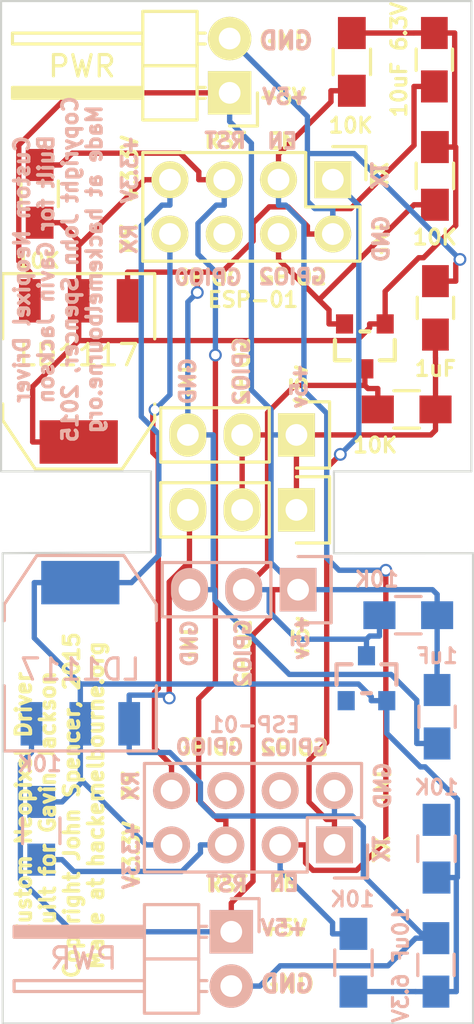
<source format=kicad_pcb>
(kicad_pcb (version 20171130) (host pcbnew "(5.1.12)-1")

  (general
    (thickness 1.6)
    (drawings 66)
    (tracks 266)
    (zones 0)
    (modules 23)
    (nets 11)
  )

  (page A4)
  (layers
    (0 F.Cu signal)
    (31 B.Cu signal)
    (32 B.Adhes user hide)
    (33 F.Adhes user hide)
    (34 B.Paste user hide)
    (35 F.Paste user hide)
    (36 B.SilkS user hide)
    (37 F.SilkS user hide)
    (38 B.Mask user hide)
    (39 F.Mask user hide)
    (40 Dwgs.User user hide)
    (41 Cmts.User user hide)
    (42 Eco1.User user hide)
    (43 Eco2.User user hide)
    (44 Edge.Cuts user)
    (45 Margin user hide)
    (46 B.CrtYd user hide)
    (47 F.CrtYd user hide)
    (48 B.Fab user hide)
    (49 F.Fab user hide)
  )

  (setup
    (last_trace_width 0.25)
    (trace_clearance 0.2)
    (zone_clearance 0.508)
    (zone_45_only yes)
    (trace_min 0.2)
    (via_size 0.6)
    (via_drill 0.4)
    (via_min_size 0.4)
    (via_min_drill 0.3)
    (uvia_size 0.3)
    (uvia_drill 0.1)
    (uvias_allowed no)
    (uvia_min_size 0.2)
    (uvia_min_drill 0.1)
    (edge_width 0.1)
    (segment_width 0.2)
    (pcb_text_width 0.3)
    (pcb_text_size 1.5 1.5)
    (mod_edge_width 0.15)
    (mod_text_size 1 1)
    (mod_text_width 0.15)
    (pad_size 1.7272 1.7272)
    (pad_drill 1.016)
    (pad_to_mask_clearance 0)
    (aux_axis_origin 0 0)
    (grid_origin 34.29 56.261)
    (visible_elements 7FFFFFFF)
    (pcbplotparams
      (layerselection 0x010ff_80000001)
      (usegerberextensions false)
      (usegerberattributes true)
      (usegerberadvancedattributes true)
      (creategerberjobfile true)
      (excludeedgelayer true)
      (linewidth 0.100000)
      (plotframeref false)
      (viasonmask false)
      (mode 1)
      (useauxorigin false)
      (hpglpennumber 1)
      (hpglpenspeed 20)
      (hpglpendiameter 15.000000)
      (psnegative false)
      (psa4output false)
      (plotreference true)
      (plotvalue true)
      (plotinvisibletext false)
      (padsonsilk false)
      (subtractmaskfromsilk false)
      (outputformat 1)
      (mirror false)
      (drillshape 0)
      (scaleselection 1)
      (outputdirectory "Gerber.2/"))
  )

  (net 0 "")
  (net 1 +5V)
  (net 2 GND)
  (net 3 +3V3)
  (net 4 NEO)
  (net 5 GPIO2)
  (net 6 "Net-(R1-Pad1)")
  (net 7 "Net-(R2-Pad1)")
  (net 8 TX)
  (net 9 "Net-(U2-Pad6)")
  (net 10 RX)

  (net_class Default "This is the default net class."
    (clearance 0.2)
    (trace_width 0.25)
    (via_dia 0.6)
    (via_drill 0.4)
    (uvia_dia 0.3)
    (uvia_drill 0.1)
    (add_net +3V3)
    (add_net +5V)
    (add_net GND)
    (add_net GPIO2)
    (add_net NEO)
    (add_net "Net-(R1-Pad1)")
    (add_net "Net-(R2-Pad1)")
    (add_net "Net-(U2-Pad6)")
    (add_net RX)
    (add_net TX)
  )

  (module Pin_Headers:Pin_Header_Straight_2x04 (layer B.Cu) (tedit 65329BD9) (tstamp 567FCAF0)
    (at 81.7118 58.4454 90)
    (descr "Through hole pin header")
    (tags "pin header")
    (path /567A850C)
    (fp_text reference U2 (at 0 5.1 90) (layer B.SilkS) hide
      (effects (font (size 1 1) (thickness 0.15)) (justify mirror))
    )
    (fp_text value ESP-01 (at 5.6134 -3.7338) (layer B.SilkS)
      (effects (font (size 0.7 0.7) (thickness 0.15)) (justify mirror))
    )
    (fp_line (start -1.55 1.55) (end -1.55 0) (layer B.SilkS) (width 0.15))
    (fp_line (start 1.27 -1.27) (end -1.27 -1.27) (layer B.SilkS) (width 0.15))
    (fp_line (start 1.27 1.27) (end 1.27 -1.27) (layer B.SilkS) (width 0.15))
    (fp_line (start 0 1.55) (end -1.55 1.55) (layer B.SilkS) (width 0.15))
    (fp_line (start 3.81 1.27) (end 1.27 1.27) (layer B.SilkS) (width 0.15))
    (fp_line (start 3.81 -8.89) (end 3.81 1.27) (layer B.SilkS) (width 0.15))
    (fp_line (start -1.27 -8.89) (end 3.81 -8.89) (layer B.SilkS) (width 0.15))
    (fp_line (start -1.27 -1.27) (end -1.27 -8.89) (layer B.SilkS) (width 0.15))
    (fp_line (start -1.75 -9.4) (end 4.3 -9.4) (layer B.CrtYd) (width 0.05))
    (fp_line (start -1.75 1.75) (end 4.3 1.75) (layer B.CrtYd) (width 0.05))
    (fp_line (start 4.3 1.75) (end 4.3 -9.4) (layer B.CrtYd) (width 0.05))
    (fp_line (start -1.75 1.75) (end -1.75 -9.4) (layer B.CrtYd) (width 0.05))
    (pad 1 thru_hole rect (at 0 0 90) (size 1.7272 1.7272) (drill 1.016) (layers *.Cu *.Mask B.SilkS)
      (net 8 TX))
    (pad 2 thru_hole oval (at 2.54 0 90) (size 1.7272 1.7272) (drill 1.016) (layers *.Cu *.Mask B.SilkS)
      (net 2 GND))
    (pad 3 thru_hole oval (at 0 -2.54 90) (size 1.7272 1.7272) (drill 1.016) (layers *.Cu *.Mask B.SilkS)
      (net 7 "Net-(R2-Pad1)"))
    (pad 4 thru_hole oval (at 2.54 -2.54 90) (size 1.7272 1.7272) (drill 1.016) (layers *.Cu *.Mask B.SilkS))
    (pad 5 thru_hole oval (at 0 -5.08 90) (size 1.7272 1.7272) (drill 1.016) (layers *.Cu *.Mask B.SilkS)
      (net 6 "Net-(R1-Pad1)"))
    (pad 6 thru_hole oval (at 2.54 -5.08 90) (size 1.7272 1.7272) (drill 1.016) (layers *.Cu *.Mask B.SilkS))
    (pad 7 thru_hole oval (at 0 -7.62 90) (size 1.7272 1.7272) (drill 1.016) (layers *.Cu *.Mask B.SilkS)
      (net 3 +3V3))
    (pad 8 thru_hole oval (at 2.54 -7.62 90) (size 1.7272 1.7272) (drill 1.016) (layers *.Cu *.Mask B.SilkS)
      (net 10 RX))
    (model Pin_Headers.3dshapes/Pin_Header_Straight_2x04.wrl
      (offset (xyz 1.269999980926514 -3.809999942779541 0))
      (scale (xyz 1 1 1))
      (rotate (xyz 0 0 90))
    )
  )

  (module Pin_Headers:Pin_Header_Straight_1x03 (layer B.Cu) (tedit 567FBE6F) (tstamp 567FCADF)
    (at 80.01 46.5074 90)
    (descr "Through hole pin header")
    (tags "pin header")
    (path /567E62BC)
    (fp_text reference " P1" (at -2.921 1.8288 90) (layer B.SilkS) hide
      (effects (font (size 1 1) (thickness 0.15)) (justify mirror))
    )
    (fp_text value NEOPIXEL (at -2.3876 -2.4384) (layer B.SilkS) hide
      (effects (font (size 0.7 0.7) (thickness 0.15)) (justify mirror))
    )
    (fp_line (start -1.55 1.55) (end 1.55 1.55) (layer B.SilkS) (width 0.15))
    (fp_line (start -1.55 0) (end -1.55 1.55) (layer B.SilkS) (width 0.15))
    (fp_line (start 1.27 -1.27) (end -1.27 -1.27) (layer B.SilkS) (width 0.15))
    (fp_line (start 1.55 1.55) (end 1.55 0) (layer B.SilkS) (width 0.15))
    (fp_line (start 1.27 -6.35) (end 1.27 -1.27) (layer B.SilkS) (width 0.15))
    (fp_line (start -1.27 -6.35) (end 1.27 -6.35) (layer B.SilkS) (width 0.15))
    (fp_line (start -1.27 -1.27) (end -1.27 -6.35) (layer B.SilkS) (width 0.15))
    (fp_line (start -1.75 -6.85) (end 1.75 -6.85) (layer B.CrtYd) (width 0.05))
    (fp_line (start -1.75 1.75) (end 1.75 1.75) (layer B.CrtYd) (width 0.05))
    (fp_line (start 1.75 1.75) (end 1.75 -6.85) (layer B.CrtYd) (width 0.05))
    (fp_line (start -1.75 1.75) (end -1.75 -6.85) (layer B.CrtYd) (width 0.05))
    (pad 1 thru_hole rect (at 0 0 90) (size 2.032 1.7272) (drill 1.016) (layers *.Cu *.Mask B.SilkS)
      (net 1 +5V))
    (pad 2 thru_hole oval (at 0 -2.54 90) (size 2.032 1.7272) (drill 1.016) (layers *.Cu *.Mask B.SilkS)
      (net 4 NEO))
    (pad 3 thru_hole oval (at 0 -5.08 90) (size 2.032 1.7272) (drill 1.016) (layers *.Cu *.Mask B.SilkS)
      (net 2 GND))
    (model Pin_Headers.3dshapes/Pin_Header_Straight_1x03.wrl
      (offset (xyz 0 -2.539999961853027 0))
      (scale (xyz 1 1 1))
      (rotate (xyz 0 0 90))
    )
  )

  (module TO_SOT_Packages_SMD:SOT-223 placed (layer B.Cu) (tedit 567FB8E6) (tstamp 567FCAD0)
    (at 69.8246 49.4792 180)
    (descr "module CMS SOT223 4 pins")
    (tags "CMS SOT")
    (path /558D64A3)
    (attr smd)
    (fp_text reference U1 (at 0 0.762 180) (layer B.SilkS) hide
      (effects (font (size 1 1) (thickness 0.15)) (justify mirror))
    )
    (fp_text value LD1117 (at 0 -0.762 180) (layer B.SilkS)
      (effects (font (size 1 1) (thickness 0.15)) (justify mirror))
    )
    (fp_line (start 3.556 2.286) (end 3.556 1.524) (layer B.SilkS) (width 0.15))
    (fp_line (start 2.032 4.572) (end 3.556 2.286) (layer B.SilkS) (width 0.15))
    (fp_line (start -2.032 4.572) (end 2.032 4.572) (layer B.SilkS) (width 0.15))
    (fp_line (start -3.556 2.286) (end -2.032 4.572) (layer B.SilkS) (width 0.15))
    (fp_line (start -3.556 1.524) (end -3.556 2.286) (layer B.SilkS) (width 0.15))
    (fp_line (start 3.556 -4.572) (end 3.556 -1.524) (layer B.SilkS) (width 0.15))
    (fp_line (start -3.556 -4.572) (end 3.556 -4.572) (layer B.SilkS) (width 0.15))
    (fp_line (start -3.556 -1.524) (end -3.556 -4.572) (layer B.SilkS) (width 0.15))
    (pad 4 smd rect (at 0 3.302 180) (size 3.6576 2.032) (layers B.Cu B.Paste B.Mask)
      (net 3 +3V3))
    (pad 2 smd rect (at 0 -3.302 180) (size 1.016 2.032) (layers B.Cu B.Paste B.Mask)
      (net 3 +3V3))
    (pad 3 smd rect (at 2.286 -3.302 180) (size 1.016 2.032) (layers B.Cu B.Paste B.Mask)
      (net 1 +5V))
    (pad 1 smd rect (at -2.286 -3.302 180) (size 1.016 2.032) (layers B.Cu B.Paste B.Mask)
      (net 2 GND))
    (model TO_SOT_Packages_SMD.3dshapes/SOT-223.wrl
      (at (xyz 0 0 0))
      (scale (xyz 0.4 0.4 0.4))
      (rotate (xyz 0 0 0))
    )
  )

  (module Resistors_SMD:R_0805_HandSoldering placed (layer B.Cu) (tedit 65329BCD) (tstamp 567FCAC5)
    (at 86.487 58.6232 90)
    (descr "Resistor SMD 0805, hand soldering")
    (tags "resistor 0805")
    (path /567E148E)
    (attr smd)
    (fp_text reference R4 (at -0.0508 -1.5494 90) (layer B.SilkS) hide
      (effects (font (size 1 1) (thickness 0.15)) (justify mirror))
    )
    (fp_text value 10K (at 2.8702 0) (layer B.SilkS)
      (effects (font (size 0.7 0.7) (thickness 0.15)) (justify mirror))
    )
    (fp_line (start -0.6 0.875) (end 0.6 0.875) (layer B.SilkS) (width 0.15))
    (fp_line (start 0.6 -0.875) (end -0.6 -0.875) (layer B.SilkS) (width 0.15))
    (fp_line (start 2.4 1) (end 2.4 -1) (layer B.CrtYd) (width 0.05))
    (fp_line (start -2.4 1) (end -2.4 -1) (layer B.CrtYd) (width 0.05))
    (fp_line (start -2.4 -1) (end 2.4 -1) (layer B.CrtYd) (width 0.05))
    (fp_line (start -2.4 1) (end 2.4 1) (layer B.CrtYd) (width 0.05))
    (pad 1 smd rect (at -1.35 0 90) (size 1.5 1.3) (layers B.Cu B.Paste B.Mask)
      (net 3 +3V3))
    (pad 2 smd rect (at 1.35 0 90) (size 1.5 1.3) (layers B.Cu B.Paste B.Mask))
    (model Resistors_SMD.3dshapes/R_0805_HandSoldering.wrl
      (at (xyz 0 0 0))
      (scale (xyz 1 1 1))
      (rotate (xyz 0 0 0))
    )
  )

  (module Resistors_SMD:R_0805_HandSoldering placed (layer B.Cu) (tedit 567FBAB1) (tstamp 567FCABA)
    (at 85.1662 47.7012 180)
    (descr "Resistor SMD 0805, hand soldering")
    (tags "resistor 0805")
    (path /567E4DB7)
    (attr smd)
    (fp_text reference R3 (at 0 2.1 180) (layer B.SilkS) hide
      (effects (font (size 1 1) (thickness 0.15)) (justify mirror))
    )
    (fp_text value 10K (at 1.4732 1.6764) (layer B.SilkS)
      (effects (font (size 0.7 0.7) (thickness 0.15)) (justify mirror))
    )
    (fp_line (start -0.6 0.875) (end 0.6 0.875) (layer B.SilkS) (width 0.15))
    (fp_line (start 0.6 -0.875) (end -0.6 -0.875) (layer B.SilkS) (width 0.15))
    (fp_line (start 2.4 1) (end 2.4 -1) (layer B.CrtYd) (width 0.05))
    (fp_line (start -2.4 1) (end -2.4 -1) (layer B.CrtYd) (width 0.05))
    (fp_line (start -2.4 -1) (end 2.4 -1) (layer B.CrtYd) (width 0.05))
    (fp_line (start -2.4 1) (end 2.4 1) (layer B.CrtYd) (width 0.05))
    (pad 1 smd rect (at -1.35 0 180) (size 1.5 1.3) (layers B.Cu B.Paste B.Mask)
      (net 1 +5V))
    (pad 2 smd rect (at 1.35 0 180) (size 1.5 1.3) (layers B.Cu B.Paste B.Mask)
      (net 4 NEO))
    (model Resistors_SMD.3dshapes/R_0805_HandSoldering.wrl
      (at (xyz 0 0 0))
      (scale (xyz 1 1 1))
      (rotate (xyz 0 0 0))
    )
  )

  (module Resistors_SMD:R_0805_HandSoldering placed (layer B.Cu) (tedit 567FBA08) (tstamp 567FCAAF)
    (at 82.6008 63.9572 270)
    (descr "Resistor SMD 0805, hand soldering")
    (tags "resistor 0805")
    (path /567D3807)
    (attr smd)
    (fp_text reference R2 (at -3.1242 -0.0254 180) (layer B.SilkS) hide
      (effects (font (size 1 1) (thickness 0.15)) (justify mirror))
    )
    (fp_text value 10K (at -2.9718 0.0508 180) (layer B.SilkS)
      (effects (font (size 0.7 0.7) (thickness 0.15)) (justify mirror))
    )
    (fp_line (start -0.6 0.875) (end 0.6 0.875) (layer B.SilkS) (width 0.15))
    (fp_line (start 0.6 -0.875) (end -0.6 -0.875) (layer B.SilkS) (width 0.15))
    (fp_line (start 2.4 1) (end 2.4 -1) (layer B.CrtYd) (width 0.05))
    (fp_line (start -2.4 1) (end -2.4 -1) (layer B.CrtYd) (width 0.05))
    (fp_line (start -2.4 -1) (end 2.4 -1) (layer B.CrtYd) (width 0.05))
    (fp_line (start -2.4 1) (end 2.4 1) (layer B.CrtYd) (width 0.05))
    (pad 1 smd rect (at -1.35 0 270) (size 1.5 1.3) (layers B.Cu B.Paste B.Mask)
      (net 7 "Net-(R2-Pad1)"))
    (pad 2 smd rect (at 1.35 0 270) (size 1.5 1.3) (layers B.Cu B.Paste B.Mask)
      (net 3 +3V3))
    (model Resistors_SMD.3dshapes/R_0805_HandSoldering.wrl
      (at (xyz 0 0 0))
      (scale (xyz 1 1 1))
      (rotate (xyz 0 0 0))
    )
  )

  (module Resistors_SMD:R_0805_HandSoldering placed (layer B.Cu) (tedit 567FB797) (tstamp 567FCAA4)
    (at 67.9958 57.785 90)
    (descr "Resistor SMD 0805, hand soldering")
    (tags "resistor 0805")
    (path /54EDD918)
    (attr smd)
    (fp_text reference R1 (at -3.048 -0.0254) (layer B.SilkS) hide
      (effects (font (size 1 1) (thickness 0.15)) (justify mirror))
    )
    (fp_text value 10K (at 3.1242 -0.0762) (layer B.SilkS)
      (effects (font (size 0.7 0.7) (thickness 0.15)) (justify mirror))
    )
    (fp_line (start -0.6 0.875) (end 0.6 0.875) (layer B.SilkS) (width 0.15))
    (fp_line (start 0.6 -0.875) (end -0.6 -0.875) (layer B.SilkS) (width 0.15))
    (fp_line (start 2.4 1) (end 2.4 -1) (layer B.CrtYd) (width 0.05))
    (fp_line (start -2.4 1) (end -2.4 -1) (layer B.CrtYd) (width 0.05))
    (fp_line (start -2.4 -1) (end 2.4 -1) (layer B.CrtYd) (width 0.05))
    (fp_line (start -2.4 1) (end 2.4 1) (layer B.CrtYd) (width 0.05))
    (pad 1 smd rect (at -1.35 0 90) (size 1.5 1.3) (layers B.Cu B.Paste B.Mask)
      (net 6 "Net-(R1-Pad1)"))
    (pad 2 smd rect (at 1.35 0 90) (size 1.5 1.3) (layers B.Cu B.Paste B.Mask)
      (net 3 +3V3))
    (model Resistors_SMD.3dshapes/R_0805_HandSoldering.wrl
      (at (xyz 0 0 0))
      (scale (xyz 1 1 1))
      (rotate (xyz 0 0 0))
    )
  )

  (module FT:SOT23_FET placed (layer B.Cu) (tedit 65329BD2) (tstamp 567FCA99)
    (at 83.2104 50.6984 180)
    (path /567E4821)
    (attr smd)
    (fp_text reference Q1 (at 0 0.05 180) (layer Eco1.User)
      (effects (font (size 0.5 0.5) (thickness 0.1)))
    )
    (fp_text value 2n7002 (at 0 -2.1 180) (layer Eco1.User) hide
      (effects (font (size 0.5 0.5) (thickness 0.1)))
    )
    (fp_line (start -1.39954 0.70104) (end -1.39954 -0.24892) (layer B.SilkS) (width 0.20066))
    (fp_line (start -1.39954 0.70104) (end -0.70104 0.70104) (layer B.SilkS) (width 0.20066))
    (fp_line (start 1.39954 0.70104) (end 0.70104 0.70104) (layer B.SilkS) (width 0.20066))
    (fp_line (start 1.39954 0.70104) (end 1.39954 -0.24892) (layer B.SilkS) (width 0.20066))
    (fp_line (start -0.20066 -0.65024) (end 0.20066 -0.65024) (layer B.SilkS) (width 0.20066))
    (pad D smd rect (at 0 1.09982 180) (size 0.8001 0.89916) (layers B.Cu B.Paste B.Mask)
      (net 4 NEO))
    (pad G smd rect (at -0.94996 -1.00076 180) (size 0.8001 0.89916) (layers B.Cu B.Paste B.Mask)
      (net 3 +3V3))
    (pad S smd rect (at 0.94996 -1.00076 180) (size 0.8001 0.89916) (layers B.Cu B.Paste B.Mask))
  )

  (module Pin_Headers:Pin_Header_Angled_1x02 (layer B.Cu) (tedit 567FBE8B) (tstamp 567FCA77)
    (at 76.8858 62.5094 180)
    (descr "Through hole pin header")
    (tags "pin header")
    (path /558E5C4B)
    (fp_text reference P3 (at 5.2578 -1.3462 180) (layer B.SilkS) hide
      (effects (font (size 1 1) (thickness 0.15)) (justify mirror))
    )
    (fp_text value PWR (at 6.9088 -1.2446) (layer B.SilkS)
      (effects (font (size 1 1) (thickness 0.15)) (justify mirror))
    )
    (fp_line (start 1.524 1.27) (end 1.524 -1.27) (layer B.SilkS) (width 0.15))
    (fp_line (start 1.524 -1.27) (end 4.064 -1.27) (layer B.SilkS) (width 0.15))
    (fp_line (start 4.064 0.254) (end 10.16 0.254) (layer B.SilkS) (width 0.15))
    (fp_line (start 10.16 0.254) (end 10.16 -0.254) (layer B.SilkS) (width 0.15))
    (fp_line (start 10.16 -0.254) (end 4.064 -0.254) (layer B.SilkS) (width 0.15))
    (fp_line (start 4.064 -1.27) (end 4.064 1.27) (layer B.SilkS) (width 0.15))
    (fp_line (start 4.064 -3.81) (end 4.064 -1.27) (layer B.SilkS) (width 0.15))
    (fp_line (start 10.16 -2.794) (end 4.064 -2.794) (layer B.SilkS) (width 0.15))
    (fp_line (start 10.16 -2.286) (end 10.16 -2.794) (layer B.SilkS) (width 0.15))
    (fp_line (start 4.064 -2.286) (end 10.16 -2.286) (layer B.SilkS) (width 0.15))
    (fp_line (start 1.524 -3.81) (end 4.064 -3.81) (layer B.SilkS) (width 0.15))
    (fp_line (start 1.524 -1.27) (end 1.524 -3.81) (layer B.SilkS) (width 0.15))
    (fp_line (start 1.524 -1.27) (end 4.064 -1.27) (layer B.SilkS) (width 0.15))
    (fp_line (start 1.524 1.27) (end 4.064 1.27) (layer B.SilkS) (width 0.15))
    (fp_line (start 1.524 -2.794) (end 1.143 -2.794) (layer B.SilkS) (width 0.15))
    (fp_line (start 1.524 -2.286) (end 1.143 -2.286) (layer B.SilkS) (width 0.15))
    (fp_line (start 1.524 -0.254) (end 1.143 -0.254) (layer B.SilkS) (width 0.15))
    (fp_line (start 1.524 0.254) (end 1.143 0.254) (layer B.SilkS) (width 0.15))
    (fp_line (start 4.191 0) (end 10.033 0) (layer B.SilkS) (width 0.15))
    (fp_line (start 4.191 -0.127) (end 4.191 0) (layer B.SilkS) (width 0.15))
    (fp_line (start 10.033 -0.127) (end 4.191 -0.127) (layer B.SilkS) (width 0.15))
    (fp_line (start 10.033 0.127) (end 10.033 -0.127) (layer B.SilkS) (width 0.15))
    (fp_line (start 4.191 0.127) (end 10.033 0.127) (layer B.SilkS) (width 0.15))
    (fp_line (start 0 1.55) (end -1.3 1.55) (layer B.SilkS) (width 0.15))
    (fp_line (start -1.3 1.55) (end -1.3 0) (layer B.SilkS) (width 0.15))
    (fp_line (start -1.5 -4.3) (end 10.65 -4.3) (layer B.CrtYd) (width 0.05))
    (fp_line (start -1.5 1.75) (end 10.65 1.75) (layer B.CrtYd) (width 0.05))
    (fp_line (start 10.65 1.75) (end 10.65 -4.3) (layer B.CrtYd) (width 0.05))
    (fp_line (start -1.5 1.75) (end -1.5 -4.3) (layer B.CrtYd) (width 0.05))
    (pad 1 thru_hole rect (at 0 0 180) (size 2.032 2.032) (drill 1.016) (layers *.Cu *.Mask B.SilkS)
      (net 1 +5V))
    (pad 2 thru_hole oval (at 0 -2.54 180) (size 2.032 2.032) (drill 1.016) (layers *.Cu *.Mask B.SilkS)
      (net 2 GND))
    (model Pin_Headers.3dshapes/Pin_Header_Angled_1x02.wrl
      (offset (xyz 0 -1.269999980926514 0))
      (scale (xyz 1 1 1))
      (rotate (xyz 0 0 90))
    )
  )

  (module Capacitors_SMD:C_0805_HandSoldering placed (layer B.Cu) (tedit 567FBE81) (tstamp 567FCA6C)
    (at 86.4616 64.0588 90)
    (descr "Capacitor SMD 0805, hand soldering")
    (tags "capacitor 0805")
    (path /558D5C79)
    (attr smd)
    (fp_text reference C2 (at 0 -1.8288 90) (layer B.SilkS) hide
      (effects (font (size 1 1) (thickness 0.15)) (justify mirror))
    )
    (fp_text value "10uF 6.3V" (at 0 -1.651 90) (layer B.SilkS)
      (effects (font (size 0.7 0.7) (thickness 0.15)) (justify mirror))
    )
    (fp_line (start -0.5 -0.85) (end 0.5 -0.85) (layer B.SilkS) (width 0.15))
    (fp_line (start 0.5 0.85) (end -0.5 0.85) (layer B.SilkS) (width 0.15))
    (fp_line (start 2.3 1) (end 2.3 -1) (layer B.CrtYd) (width 0.05))
    (fp_line (start -2.3 1) (end -2.3 -1) (layer B.CrtYd) (width 0.05))
    (fp_line (start -2.3 -1) (end 2.3 -1) (layer B.CrtYd) (width 0.05))
    (fp_line (start -2.3 1) (end 2.3 1) (layer B.CrtYd) (width 0.05))
    (pad 1 smd rect (at -1.25 0 90) (size 1.5 1.25) (layers B.Cu B.Paste B.Mask)
      (net 3 +3V3))
    (pad 2 smd rect (at 1.25 0 90) (size 1.5 1.25) (layers B.Cu B.Paste B.Mask)
      (net 2 GND))
    (model Capacitors_SMD.3dshapes/C_0805_HandSoldering.wrl
      (at (xyz 0 0 0))
      (scale (xyz 1 1 1))
      (rotate (xyz 0 0 0))
    )
  )

  (module Capacitors_SMD:C_0805_HandSoldering placed (layer B.Cu) (tedit 567FBAA1) (tstamp 567FCA61)
    (at 86.5124 52.451 270)
    (descr "Capacitor SMD 0805, hand soldering")
    (tags "capacitor 0805")
    (path /558D5C3E)
    (attr smd)
    (fp_text reference C1 (at 0 2.1 270) (layer B.SilkS) hide
      (effects (font (size 1 1) (thickness 0.15)) (justify mirror))
    )
    (fp_text value 1uF (at -2.8448 0 180) (layer B.SilkS)
      (effects (font (size 0.7 0.7) (thickness 0.15)) (justify mirror))
    )
    (fp_line (start -0.5 -0.85) (end 0.5 -0.85) (layer B.SilkS) (width 0.15))
    (fp_line (start 0.5 0.85) (end -0.5 0.85) (layer B.SilkS) (width 0.15))
    (fp_line (start 2.3 1) (end 2.3 -1) (layer B.CrtYd) (width 0.05))
    (fp_line (start -2.3 1) (end -2.3 -1) (layer B.CrtYd) (width 0.05))
    (fp_line (start -2.3 -1) (end 2.3 -1) (layer B.CrtYd) (width 0.05))
    (fp_line (start -2.3 1) (end 2.3 1) (layer B.CrtYd) (width 0.05))
    (pad 1 smd rect (at -1.25 0 270) (size 1.5 1.25) (layers B.Cu B.Paste B.Mask)
      (net 1 +5V))
    (pad 2 smd rect (at 1.25 0 270) (size 1.5 1.25) (layers B.Cu B.Paste B.Mask)
      (net 2 GND))
    (model Capacitors_SMD.3dshapes/C_0805_HandSoldering.wrl
      (at (xyz 0 0 0))
      (scale (xyz 1 1 1))
      (rotate (xyz 0 0 0))
    )
  )

  (module Capacitors_SMD:C_0805_HandSoldering placed (layer F.Cu) (tedit 567FBAA1) (tstamp 567F9CF5)
    (at 86.4362 33.3248 90)
    (descr "Capacitor SMD 0805, hand soldering")
    (tags "capacitor 0805")
    (path /558D5C3E)
    (attr smd)
    (fp_text reference C11 (at 0 -2.1 90) (layer F.SilkS) hide
      (effects (font (size 1 1) (thickness 0.15)))
    )
    (fp_text value 1uF (at -2.8448 0 180) (layer F.SilkS)
      (effects (font (size 0.7 0.7) (thickness 0.15)))
    )
    (fp_line (start -0.5 0.85) (end 0.5 0.85) (layer F.SilkS) (width 0.15))
    (fp_line (start 0.5 -0.85) (end -0.5 -0.85) (layer F.SilkS) (width 0.15))
    (fp_line (start 2.3 -1) (end 2.3 1) (layer F.CrtYd) (width 0.05))
    (fp_line (start -2.3 -1) (end -2.3 1) (layer F.CrtYd) (width 0.05))
    (fp_line (start -2.3 1) (end 2.3 1) (layer F.CrtYd) (width 0.05))
    (fp_line (start -2.3 -1) (end 2.3 -1) (layer F.CrtYd) (width 0.05))
    (pad 1 smd rect (at -1.25 0 90) (size 1.5 1.25) (layers F.Cu F.Paste F.Mask)
      (net 1 +5V))
    (pad 2 smd rect (at 1.25 0 90) (size 1.5 1.25) (layers F.Cu F.Paste F.Mask)
      (net 2 GND))
    (model Capacitors_SMD.3dshapes/C_0805_HandSoldering.wrl
      (at (xyz 0 0 0))
      (scale (xyz 1 1 1))
      (rotate (xyz 0 0 0))
    )
  )

  (module Capacitors_SMD:C_0805_HandSoldering placed (layer F.Cu) (tedit 567FBE81) (tstamp 567F9CFB)
    (at 86.3854 21.717 270)
    (descr "Capacitor SMD 0805, hand soldering")
    (tags "capacitor 0805")
    (path /558D5C79)
    (attr smd)
    (fp_text reference C21 (at 0 1.8288 270) (layer F.SilkS) hide
      (effects (font (size 1 1) (thickness 0.15)))
    )
    (fp_text value "10uF 6.3V" (at 0 1.651 270) (layer F.SilkS)
      (effects (font (size 0.7 0.7) (thickness 0.15)))
    )
    (fp_line (start -0.5 0.85) (end 0.5 0.85) (layer F.SilkS) (width 0.15))
    (fp_line (start 0.5 -0.85) (end -0.5 -0.85) (layer F.SilkS) (width 0.15))
    (fp_line (start 2.3 -1) (end 2.3 1) (layer F.CrtYd) (width 0.05))
    (fp_line (start -2.3 -1) (end -2.3 1) (layer F.CrtYd) (width 0.05))
    (fp_line (start -2.3 1) (end 2.3 1) (layer F.CrtYd) (width 0.05))
    (fp_line (start -2.3 -1) (end 2.3 -1) (layer F.CrtYd) (width 0.05))
    (pad 1 smd rect (at -1.25 0 270) (size 1.5 1.25) (layers F.Cu F.Paste F.Mask)
      (net 3 +3V3))
    (pad 2 smd rect (at 1.25 0 270) (size 1.5 1.25) (layers F.Cu F.Paste F.Mask)
      (net 2 GND))
    (model Capacitors_SMD.3dshapes/C_0805_HandSoldering.wrl
      (at (xyz 0 0 0))
      (scale (xyz 1 1 1))
      (rotate (xyz 0 0 0))
    )
  )

  (module Pin_Headers:Pin_Header_Angled_1x02 (layer F.Cu) (tedit 567FBE8B) (tstamp 567F9D08)
    (at 76.8096 23.2664 180)
    (descr "Through hole pin header")
    (tags "pin header")
    (path /558E5C4B)
    (fp_text reference P31 (at 5.2578 1.3462 180) (layer F.SilkS) hide
      (effects (font (size 1 1) (thickness 0.15)))
    )
    (fp_text value PWR (at 6.9088 1.2446) (layer F.SilkS)
      (effects (font (size 1 1) (thickness 0.15)))
    )
    (fp_line (start 1.524 -1.27) (end 1.524 1.27) (layer F.SilkS) (width 0.15))
    (fp_line (start 1.524 1.27) (end 4.064 1.27) (layer F.SilkS) (width 0.15))
    (fp_line (start 4.064 -0.254) (end 10.16 -0.254) (layer F.SilkS) (width 0.15))
    (fp_line (start 10.16 -0.254) (end 10.16 0.254) (layer F.SilkS) (width 0.15))
    (fp_line (start 10.16 0.254) (end 4.064 0.254) (layer F.SilkS) (width 0.15))
    (fp_line (start 4.064 1.27) (end 4.064 -1.27) (layer F.SilkS) (width 0.15))
    (fp_line (start 4.064 3.81) (end 4.064 1.27) (layer F.SilkS) (width 0.15))
    (fp_line (start 10.16 2.794) (end 4.064 2.794) (layer F.SilkS) (width 0.15))
    (fp_line (start 10.16 2.286) (end 10.16 2.794) (layer F.SilkS) (width 0.15))
    (fp_line (start 4.064 2.286) (end 10.16 2.286) (layer F.SilkS) (width 0.15))
    (fp_line (start 1.524 3.81) (end 4.064 3.81) (layer F.SilkS) (width 0.15))
    (fp_line (start 1.524 1.27) (end 1.524 3.81) (layer F.SilkS) (width 0.15))
    (fp_line (start 1.524 1.27) (end 4.064 1.27) (layer F.SilkS) (width 0.15))
    (fp_line (start 1.524 -1.27) (end 4.064 -1.27) (layer F.SilkS) (width 0.15))
    (fp_line (start 1.524 2.794) (end 1.143 2.794) (layer F.SilkS) (width 0.15))
    (fp_line (start 1.524 2.286) (end 1.143 2.286) (layer F.SilkS) (width 0.15))
    (fp_line (start 1.524 0.254) (end 1.143 0.254) (layer F.SilkS) (width 0.15))
    (fp_line (start 1.524 -0.254) (end 1.143 -0.254) (layer F.SilkS) (width 0.15))
    (fp_line (start 4.191 0) (end 10.033 0) (layer F.SilkS) (width 0.15))
    (fp_line (start 4.191 0.127) (end 4.191 0) (layer F.SilkS) (width 0.15))
    (fp_line (start 10.033 0.127) (end 4.191 0.127) (layer F.SilkS) (width 0.15))
    (fp_line (start 10.033 -0.127) (end 10.033 0.127) (layer F.SilkS) (width 0.15))
    (fp_line (start 4.191 -0.127) (end 10.033 -0.127) (layer F.SilkS) (width 0.15))
    (fp_line (start 0 -1.55) (end -1.3 -1.55) (layer F.SilkS) (width 0.15))
    (fp_line (start -1.3 -1.55) (end -1.3 0) (layer F.SilkS) (width 0.15))
    (fp_line (start -1.5 4.3) (end 10.65 4.3) (layer F.CrtYd) (width 0.05))
    (fp_line (start -1.5 -1.75) (end 10.65 -1.75) (layer F.CrtYd) (width 0.05))
    (fp_line (start 10.65 -1.75) (end 10.65 4.3) (layer F.CrtYd) (width 0.05))
    (fp_line (start -1.5 -1.75) (end -1.5 4.3) (layer F.CrtYd) (width 0.05))
    (pad 1 thru_hole rect (at 0 0 180) (size 2.032 2.032) (drill 1.016) (layers *.Cu *.Mask F.SilkS)
      (net 1 +5V))
    (pad 2 thru_hole oval (at 0 2.54 180) (size 2.032 2.032) (drill 1.016) (layers *.Cu *.Mask F.SilkS)
      (net 2 GND))
    (model Pin_Headers.3dshapes/Pin_Header_Angled_1x02.wrl
      (offset (xyz 0 -1.269999980926514 0))
      (scale (xyz 1 1 1))
      (rotate (xyz 0 0 90))
    )
  )

  (module FT:SOT23_FET placed (layer F.Cu) (tedit 5477A114) (tstamp 567F9D0F)
    (at 83.1342 35.0774 180)
    (path /567E4821)
    (attr smd)
    (fp_text reference Q11 (at 0 -0.05 180) (layer Eco1.User)
      (effects (font (size 0.5 0.5) (thickness 0.1)))
    )
    (fp_text value 2n7002 (at 0 2.1 180) (layer Eco1.User) hide
      (effects (font (size 0.5 0.5) (thickness 0.1)))
    )
    (fp_line (start -1.39954 -0.70104) (end -1.39954 0.24892) (layer F.SilkS) (width 0.20066))
    (fp_line (start -1.39954 -0.70104) (end -0.70104 -0.70104) (layer F.SilkS) (width 0.20066))
    (fp_line (start 1.39954 -0.70104) (end 0.70104 -0.70104) (layer F.SilkS) (width 0.20066))
    (fp_line (start 1.39954 -0.70104) (end 1.39954 0.24892) (layer F.SilkS) (width 0.20066))
    (fp_line (start -0.20066 0.65024) (end 0.20066 0.65024) (layer F.SilkS) (width 0.20066))
    (pad D smd rect (at 0 -1.09982 180) (size 0.8001 0.89916) (layers F.Cu F.Paste F.Mask)
      (net 4 NEO))
    (pad G smd rect (at -0.94996 1.00076 180) (size 0.8001 0.89916) (layers F.Cu F.Paste F.Mask)
      (net 3 +3V3))
    (pad S smd rect (at 0.94996 1.00076 180) (size 0.8001 0.89916) (layers F.Cu F.Paste F.Mask)
      (net 5 GPIO2))
  )

  (module Resistors_SMD:R_0805_HandSoldering placed (layer F.Cu) (tedit 567FB797) (tstamp 567F9D15)
    (at 67.9196 27.9908 270)
    (descr "Resistor SMD 0805, hand soldering")
    (tags "resistor 0805")
    (path /54EDD918)
    (attr smd)
    (fp_text reference R11 (at -3.048 0.0254) (layer F.SilkS) hide
      (effects (font (size 1 1) (thickness 0.15)))
    )
    (fp_text value 10K (at 3.1242 0.0762) (layer F.SilkS)
      (effects (font (size 0.7 0.7) (thickness 0.15)))
    )
    (fp_line (start -0.6 -0.875) (end 0.6 -0.875) (layer F.SilkS) (width 0.15))
    (fp_line (start 0.6 0.875) (end -0.6 0.875) (layer F.SilkS) (width 0.15))
    (fp_line (start 2.4 -1) (end 2.4 1) (layer F.CrtYd) (width 0.05))
    (fp_line (start -2.4 -1) (end -2.4 1) (layer F.CrtYd) (width 0.05))
    (fp_line (start -2.4 1) (end 2.4 1) (layer F.CrtYd) (width 0.05))
    (fp_line (start -2.4 -1) (end 2.4 -1) (layer F.CrtYd) (width 0.05))
    (pad 1 smd rect (at -1.35 0 270) (size 1.5 1.3) (layers F.Cu F.Paste F.Mask)
      (net 6 "Net-(R1-Pad1)"))
    (pad 2 smd rect (at 1.35 0 270) (size 1.5 1.3) (layers F.Cu F.Paste F.Mask)
      (net 3 +3V3))
    (model Resistors_SMD.3dshapes/R_0805_HandSoldering.wrl
      (at (xyz 0 0 0))
      (scale (xyz 1 1 1))
      (rotate (xyz 0 0 0))
    )
  )

  (module Resistors_SMD:R_0805_HandSoldering placed (layer F.Cu) (tedit 567FBA08) (tstamp 567F9D1B)
    (at 82.5246 21.8186 90)
    (descr "Resistor SMD 0805, hand soldering")
    (tags "resistor 0805")
    (path /567D3807)
    (attr smd)
    (fp_text reference R21 (at -3.1242 0.0254 180) (layer F.SilkS) hide
      (effects (font (size 1 1) (thickness 0.15)))
    )
    (fp_text value 10K (at -2.9718 -0.0508 180) (layer F.SilkS)
      (effects (font (size 0.7 0.7) (thickness 0.15)))
    )
    (fp_line (start -0.6 -0.875) (end 0.6 -0.875) (layer F.SilkS) (width 0.15))
    (fp_line (start 0.6 0.875) (end -0.6 0.875) (layer F.SilkS) (width 0.15))
    (fp_line (start 2.4 -1) (end 2.4 1) (layer F.CrtYd) (width 0.05))
    (fp_line (start -2.4 -1) (end -2.4 1) (layer F.CrtYd) (width 0.05))
    (fp_line (start -2.4 1) (end 2.4 1) (layer F.CrtYd) (width 0.05))
    (fp_line (start -2.4 -1) (end 2.4 -1) (layer F.CrtYd) (width 0.05))
    (pad 1 smd rect (at -1.35 0 90) (size 1.5 1.3) (layers F.Cu F.Paste F.Mask)
      (net 7 "Net-(R2-Pad1)"))
    (pad 2 smd rect (at 1.35 0 90) (size 1.5 1.3) (layers F.Cu F.Paste F.Mask)
      (net 3 +3V3))
    (model Resistors_SMD.3dshapes/R_0805_HandSoldering.wrl
      (at (xyz 0 0 0))
      (scale (xyz 1 1 1))
      (rotate (xyz 0 0 0))
    )
  )

  (module Resistors_SMD:R_0805_HandSoldering placed (layer F.Cu) (tedit 567FBAB1) (tstamp 567F9D21)
    (at 85.09 38.0746 180)
    (descr "Resistor SMD 0805, hand soldering")
    (tags "resistor 0805")
    (path /567E4DB7)
    (attr smd)
    (fp_text reference R31 (at 0 -2.1 180) (layer F.SilkS) hide
      (effects (font (size 1 1) (thickness 0.15)))
    )
    (fp_text value 10K (at 1.4732 -1.6764) (layer F.SilkS)
      (effects (font (size 0.7 0.7) (thickness 0.15)))
    )
    (fp_line (start -0.6 -0.875) (end 0.6 -0.875) (layer F.SilkS) (width 0.15))
    (fp_line (start 0.6 0.875) (end -0.6 0.875) (layer F.SilkS) (width 0.15))
    (fp_line (start 2.4 -1) (end 2.4 1) (layer F.CrtYd) (width 0.05))
    (fp_line (start -2.4 -1) (end -2.4 1) (layer F.CrtYd) (width 0.05))
    (fp_line (start -2.4 1) (end 2.4 1) (layer F.CrtYd) (width 0.05))
    (fp_line (start -2.4 -1) (end 2.4 -1) (layer F.CrtYd) (width 0.05))
    (pad 1 smd rect (at -1.35 0 180) (size 1.5 1.3) (layers F.Cu F.Paste F.Mask)
      (net 1 +5V))
    (pad 2 smd rect (at 1.35 0 180) (size 1.5 1.3) (layers F.Cu F.Paste F.Mask)
      (net 4 NEO))
    (model Resistors_SMD.3dshapes/R_0805_HandSoldering.wrl
      (at (xyz 0 0 0))
      (scale (xyz 1 1 1))
      (rotate (xyz 0 0 0))
    )
  )

  (module Resistors_SMD:R_0805_HandSoldering placed (layer F.Cu) (tedit 567FC13D) (tstamp 567F9D27)
    (at 86.4108 27.1526 270)
    (descr "Resistor SMD 0805, hand soldering")
    (tags "resistor 0805")
    (path /567E148E)
    (attr smd)
    (fp_text reference R41 (at -0.0508 1.5494 270) (layer F.SilkS) hide
      (effects (font (size 1 1) (thickness 0.15)))
    )
    (fp_text value 10K (at 2.8702 0) (layer F.SilkS)
      (effects (font (size 0.7 0.7) (thickness 0.15)))
    )
    (fp_line (start -0.6 -0.875) (end 0.6 -0.875) (layer F.SilkS) (width 0.15))
    (fp_line (start 0.6 0.875) (end -0.6 0.875) (layer F.SilkS) (width 0.15))
    (fp_line (start 2.4 -1) (end 2.4 1) (layer F.CrtYd) (width 0.05))
    (fp_line (start -2.4 -1) (end -2.4 1) (layer F.CrtYd) (width 0.05))
    (fp_line (start -2.4 1) (end 2.4 1) (layer F.CrtYd) (width 0.05))
    (fp_line (start -2.4 -1) (end 2.4 -1) (layer F.CrtYd) (width 0.05))
    (pad 1 smd rect (at -1.35 0 270) (size 1.5 1.3) (layers F.Cu F.Paste F.Mask)
      (net 3 +3V3))
    (pad 2 smd rect (at 1.35 0 270) (size 1.5 1.3) (layers F.Cu F.Paste F.Mask)
      (net 5 GPIO2))
    (model Resistors_SMD.3dshapes/R_0805_HandSoldering.wrl
      (at (xyz 0 0 0))
      (scale (xyz 1 1 1))
      (rotate (xyz 0 0 0))
    )
  )

  (module TO_SOT_Packages_SMD:SOT-223 placed (layer F.Cu) (tedit 567FB8E6) (tstamp 567F9D2F)
    (at 69.7484 36.2966 180)
    (descr "module CMS SOT223 4 pins")
    (tags "CMS SOT")
    (path /558D64A3)
    (attr smd)
    (fp_text reference U11 (at 0 -0.762 180) (layer F.SilkS) hide
      (effects (font (size 1 1) (thickness 0.15)))
    )
    (fp_text value LD1117 (at 0 0.762 180) (layer F.SilkS)
      (effects (font (size 1 1) (thickness 0.15)))
    )
    (fp_line (start 3.556 -2.286) (end 3.556 -1.524) (layer F.SilkS) (width 0.15))
    (fp_line (start 2.032 -4.572) (end 3.556 -2.286) (layer F.SilkS) (width 0.15))
    (fp_line (start -2.032 -4.572) (end 2.032 -4.572) (layer F.SilkS) (width 0.15))
    (fp_line (start -3.556 -2.286) (end -2.032 -4.572) (layer F.SilkS) (width 0.15))
    (fp_line (start -3.556 -1.524) (end -3.556 -2.286) (layer F.SilkS) (width 0.15))
    (fp_line (start 3.556 4.572) (end 3.556 1.524) (layer F.SilkS) (width 0.15))
    (fp_line (start -3.556 4.572) (end 3.556 4.572) (layer F.SilkS) (width 0.15))
    (fp_line (start -3.556 1.524) (end -3.556 4.572) (layer F.SilkS) (width 0.15))
    (pad 4 smd rect (at 0 -3.302 180) (size 3.6576 2.032) (layers F.Cu F.Paste F.Mask)
      (net 3 +3V3))
    (pad 2 smd rect (at 0 3.302 180) (size 1.016 2.032) (layers F.Cu F.Paste F.Mask)
      (net 3 +3V3))
    (pad 3 smd rect (at 2.286 3.302 180) (size 1.016 2.032) (layers F.Cu F.Paste F.Mask)
      (net 1 +5V))
    (pad 1 smd rect (at -2.286 3.302 180) (size 1.016 2.032) (layers F.Cu F.Paste F.Mask)
      (net 2 GND))
    (model TO_SOT_Packages_SMD.3dshapes/SOT-223.wrl
      (at (xyz 0 0 0))
      (scale (xyz 0.4 0.4 0.4))
      (rotate (xyz 0 0 0))
    )
  )

  (module Pin_Headers:Pin_Header_Straight_1x03 (layer F.Cu) (tedit 567FBE6F) (tstamp 567FB6DD)
    (at 79.9338 39.2684 270)
    (descr "Through hole pin header")
    (tags "pin header")
    (path /567E62BC)
    (fp_text reference " P11" (at -2.921 -1.8288 270) (layer F.SilkS) hide
      (effects (font (size 1 1) (thickness 0.15)))
    )
    (fp_text value NEOPIXEL (at -2.3876 2.4384) (layer F.SilkS) hide
      (effects (font (size 0.7 0.7) (thickness 0.15)))
    )
    (fp_line (start -1.55 -1.55) (end 1.55 -1.55) (layer F.SilkS) (width 0.15))
    (fp_line (start -1.55 0) (end -1.55 -1.55) (layer F.SilkS) (width 0.15))
    (fp_line (start 1.27 1.27) (end -1.27 1.27) (layer F.SilkS) (width 0.15))
    (fp_line (start 1.55 -1.55) (end 1.55 0) (layer F.SilkS) (width 0.15))
    (fp_line (start 1.27 6.35) (end 1.27 1.27) (layer F.SilkS) (width 0.15))
    (fp_line (start -1.27 6.35) (end 1.27 6.35) (layer F.SilkS) (width 0.15))
    (fp_line (start -1.27 1.27) (end -1.27 6.35) (layer F.SilkS) (width 0.15))
    (fp_line (start -1.75 6.85) (end 1.75 6.85) (layer F.CrtYd) (width 0.05))
    (fp_line (start -1.75 -1.75) (end 1.75 -1.75) (layer F.CrtYd) (width 0.05))
    (fp_line (start 1.75 -1.75) (end 1.75 6.85) (layer F.CrtYd) (width 0.05))
    (fp_line (start -1.75 -1.75) (end -1.75 6.85) (layer F.CrtYd) (width 0.05))
    (pad 1 thru_hole rect (at 0 0 270) (size 2.032 1.7272) (drill 1.016) (layers *.Cu *.Mask F.SilkS)
      (net 1 +5V))
    (pad 2 thru_hole oval (at 0 2.54 270) (size 2.032 1.7272) (drill 1.016) (layers *.Cu *.Mask F.SilkS)
      (net 4 NEO))
    (pad 3 thru_hole oval (at 0 5.08 270) (size 2.032 1.7272) (drill 1.016) (layers *.Cu *.Mask F.SilkS)
      (net 2 GND))
    (model Pin_Headers.3dshapes/Pin_Header_Straight_1x03.wrl
      (offset (xyz 0 -2.539999961853027 0))
      (scale (xyz 1 1 1))
      (rotate (xyz 0 0 90))
    )
  )

  (module Pin_Headers:Pin_Header_Straight_2x04 (layer F.Cu) (tedit 567FC876) (tstamp 567FBDA1)
    (at 81.6356 27.3304 270)
    (descr "Through hole pin header")
    (tags "pin header")
    (path /567A850C)
    (fp_text reference U21 (at 0 -5.1 270) (layer F.SilkS) hide
      (effects (font (size 1 1) (thickness 0.15)))
    )
    (fp_text value ESP-01 (at 5.6134 3.7338) (layer F.SilkS)
      (effects (font (size 0.7 0.7) (thickness 0.15)))
    )
    (fp_line (start -1.55 -1.55) (end -1.55 0) (layer F.SilkS) (width 0.15))
    (fp_line (start 1.27 1.27) (end -1.27 1.27) (layer F.SilkS) (width 0.15))
    (fp_line (start 1.27 -1.27) (end 1.27 1.27) (layer F.SilkS) (width 0.15))
    (fp_line (start 0 -1.55) (end -1.55 -1.55) (layer F.SilkS) (width 0.15))
    (fp_line (start 3.81 -1.27) (end 1.27 -1.27) (layer F.SilkS) (width 0.15))
    (fp_line (start 3.81 8.89) (end 3.81 -1.27) (layer F.SilkS) (width 0.15))
    (fp_line (start -1.27 8.89) (end 3.81 8.89) (layer F.SilkS) (width 0.15))
    (fp_line (start -1.27 1.27) (end -1.27 8.89) (layer F.SilkS) (width 0.15))
    (fp_line (start -1.75 9.4) (end 4.3 9.4) (layer F.CrtYd) (width 0.05))
    (fp_line (start -1.75 -1.75) (end 4.3 -1.75) (layer F.CrtYd) (width 0.05))
    (fp_line (start 4.3 -1.75) (end 4.3 9.4) (layer F.CrtYd) (width 0.05))
    (fp_line (start -1.75 -1.75) (end -1.75 9.4) (layer F.CrtYd) (width 0.05))
    (pad 1 thru_hole rect (at 0 0 270) (size 1.7272 1.7272) (drill 1.016) (layers *.Cu *.Mask F.SilkS)
      (net 8 TX))
    (pad 2 thru_hole oval (at 2.54 0 270) (size 1.7272 1.7272) (drill 1.016) (layers *.Cu *.Mask F.SilkS)
      (net 2 GND))
    (pad 3 thru_hole oval (at 0 2.54 270) (size 1.7272 1.7272) (drill 1.016) (layers *.Cu *.Mask F.SilkS)
      (net 7 "Net-(R2-Pad1)"))
    (pad 4 thru_hole oval (at 2.54 2.54 270) (size 1.7272 1.7272) (drill 1.016) (layers *.Cu *.Mask F.SilkS)
      (net 5 GPIO2))
    (pad 5 thru_hole oval (at 0 5.08 270) (size 1.7272 1.7272) (drill 1.016) (layers *.Cu *.Mask F.SilkS)
      (net 6 "Net-(R1-Pad1)"))
    (pad 6 thru_hole oval (at 2.54 5.08 270) (size 1.7272 1.7272) (drill 1.016) (layers *.Cu *.Mask F.SilkS)
      (net 9 "Net-(U2-Pad6)"))
    (pad 7 thru_hole oval (at 0 7.62 270) (size 1.7272 1.7272) (drill 1.016) (layers *.Cu *.Mask F.SilkS)
      (net 3 +3V3))
    (pad 8 thru_hole oval (at 2.54 7.62 270) (size 1.7272 1.7272) (drill 1.016) (layers *.Cu *.Mask F.SilkS)
      (net 10 RX))
    (model Pin_Headers.3dshapes/Pin_Header_Straight_2x04.wrl
      (offset (xyz 1.269999980926514 -3.809999942779541 0))
      (scale (xyz 1 1 1))
      (rotate (xyz 0 0 90))
    )
  )

  (module Pin_Headers:Pin_Header_Straight_1x03 locked (layer F.Cu) (tedit 567FCAB1) (tstamp 567FCB66)
    (at 79.9338 42.7736 270)
    (descr "Through hole pin header")
    (tags "pin header")
    (fp_text reference REF** (at -8.7884 -7.112 270) (layer F.SilkS) hide
      (effects (font (size 1 1) (thickness 0.15)))
    )
    (fp_text value Pin_Header_Straight_1x03 (at -11.684 -7.1374 270) (layer F.Fab) hide
      (effects (font (size 1 1) (thickness 0.15)))
    )
    (fp_line (start -1.55 -1.55) (end 1.55 -1.55) (layer F.SilkS) (width 0.15))
    (fp_line (start -1.55 0) (end -1.55 -1.55) (layer F.SilkS) (width 0.15))
    (fp_line (start 1.27 1.27) (end -1.27 1.27) (layer F.SilkS) (width 0.15))
    (fp_line (start 1.55 -1.55) (end 1.55 0) (layer F.SilkS) (width 0.15))
    (fp_line (start 1.27 6.35) (end 1.27 1.27) (layer F.SilkS) (width 0.15))
    (fp_line (start -1.27 6.35) (end 1.27 6.35) (layer F.SilkS) (width 0.15))
    (fp_line (start -1.27 1.27) (end -1.27 6.35) (layer F.SilkS) (width 0.15))
    (fp_line (start -1.75 6.85) (end 1.75 6.85) (layer F.CrtYd) (width 0.05))
    (fp_line (start -1.75 -1.75) (end 1.75 -1.75) (layer F.CrtYd) (width 0.05))
    (fp_line (start 1.75 -1.75) (end 1.75 6.85) (layer F.CrtYd) (width 0.05))
    (fp_line (start -1.75 -1.75) (end -1.75 6.85) (layer F.CrtYd) (width 0.05))
    (pad 1 thru_hole rect (at 0 0 270) (size 2.032 1.7272) (drill 1.016) (layers *.Cu *.Mask F.SilkS))
    (pad 2 thru_hole oval (at 0 2.54 270) (size 2.032 1.7272) (drill 1.016) (layers *.Cu *.Mask F.SilkS))
    (pad 3 thru_hole oval (at 0 5.08 270) (size 2.032 1.7272) (drill 1.016) (layers *.Cu *.Mask F.SilkS))
    (model Pin_Headers.3dshapes/Pin_Header_Straight_1x03.wrl
      (offset (xyz 0 -2.539999961853027 0))
      (scale (xyz 1 1 1))
      (rotate (xyz 0 0 90))
    )
  )

  (gr_line (start 81.6864 44.8056) (end 88.1924 44.802) (angle 90) (layer Edge.Cuts) (width 0.1))
  (gr_line (start 81.6864 40.9702) (end 81.6864 44.8056) (angle 90) (layer Edge.Cuts) (width 0.1))
  (gr_line (start 88.1162 40.9738) (end 81.6864 40.9738) (angle 90) (layer Edge.Cuts) (width 0.1))
  (gr_line (start 73.1266 44.7548) (end 66.1924 44.802) (angle 90) (layer Edge.Cuts) (width 0.1))
  (gr_line (start 73.1266 40.9738) (end 73.1266 44.7548) (angle 90) (layer Edge.Cuts) (width 0.1))
  (gr_line (start 66.1162 40.9738) (end 73.1266 40.9738) (angle 90) (layer Edge.Cuts) (width 0.1))
  (gr_line (start 88.1924 66.802) (end 88.1924 44.802) (angle 90) (layer Edge.Cuts) (width 0.1) (tstamp 567FCB5F))
  (gr_line (start 66.1924 66.802) (end 88.1924 66.802) (angle 90) (layer Edge.Cuts) (width 0.1) (tstamp 567FCB5E))
  (gr_line (start 66.1924 44.802) (end 66.1924 66.802) (angle 90) (layer Edge.Cuts) (width 0.1) (tstamp 567FCB5D))
  (gr_text GND (at 79.502 64.9478) (layer B.SilkS) (tstamp 567FCB5C)
    (effects (font (size 0.8 0.8) (thickness 0.2)) (justify mirror))
  )
  (gr_text +5V (at 79.3496 62.3316) (layer B.SilkS) (tstamp 567FCB5B)
    (effects (font (size 0.7 0.7) (thickness 0.175)) (justify mirror))
  )
  (gr_text GND (at 74.93 49.022 90) (layer B.SilkS) (tstamp 567FCB5A)
    (effects (font (size 0.7 0.7) (thickness 0.175)) (justify mirror))
  )
  (gr_text GPIO2 (at 77.4446 49.4792 90) (layer B.SilkS) (tstamp 567FCB59)
    (effects (font (size 0.7 0.7) (thickness 0.175)) (justify mirror))
  )
  (gr_text +5v (at 80.137 48.7426 90) (layer B.SilkS) (tstamp 567FCB58)
    (effects (font (size 0.7 0.7) (thickness 0.175)) (justify mirror))
  )
  (gr_text GND (at 74.93 49.022 90) (layer F.SilkS) (tstamp 567FCB57)
    (effects (font (size 0.7 0.7) (thickness 0.175)))
  )
  (gr_text GPIO2 (at 77.4446 49.4792 90) (layer F.SilkS) (tstamp 567FCB56)
    (effects (font (size 0.7 0.7) (thickness 0.175)))
  )
  (gr_text +5v (at 80.137 48.7934 90) (layer F.SilkS) (tstamp 567FCB55)
    (effects (font (size 0.7 0.7) (thickness 0.175)))
  )
  (gr_text GND (at 79.5274 64.9478) (layer F.SilkS) (tstamp 567FCB54)
    (effects (font (size 0.8 0.8) (thickness 0.2)))
  )
  (gr_text +5V (at 79.3496 62.3316) (layer F.SilkS) (tstamp 567FCB53)
    (effects (font (size 0.7 0.7) (thickness 0.175)))
  )
  (gr_text GND (at 83.9724 55.6768 90) (layer F.SilkS) (tstamp 567FCB52)
    (effects (font (size 0.7 0.7) (thickness 0.175)))
  )
  (gr_text GPIO2 (at 79.8322 53.8988) (layer B.SilkS) (tstamp 567FCB51)
    (effects (font (size 0.7 0.7) (thickness 0.175)) (justify mirror))
  )
  (gr_text GPIO0 (at 75.8698 53.8734) (layer B.SilkS) (tstamp 567FCB50)
    (effects (font (size 0.7 0.7) (thickness 0.175)) (justify mirror))
  )
  (gr_text RST (at 76.6826 60.2742) (layer F.SilkS) (tstamp 567FCB4F)
    (effects (font (size 0.7 0.7) (thickness 0.175)))
  )
  (gr_text RX (at 72.1868 55.6768 90) (layer F.SilkS) (tstamp 567FCB4E)
    (effects (font (size 0.7 0.7) (thickness 0.175)))
  )
  (gr_text +3.3V (at 72.2122 58.928 90) (layer F.SilkS) (tstamp 567FCB4D)
    (effects (font (size 0.7 0.7) (thickness 0.175)))
  )
  (gr_text TX (at 83.9216 58.6486 90) (layer F.SilkS) (tstamp 567FCB4C)
    (effects (font (size 0.7 0.7) (thickness 0.175)))
  )
  (gr_text EN (at 79.3496 60.2488) (layer F.SilkS) (tstamp 567FCB4B)
    (effects (font (size 0.7 0.7) (thickness 0.175)))
  )
  (gr_text GPIO0 (at 75.8698 53.8734) (layer F.SilkS) (tstamp 567FCB4A)
    (effects (font (size 0.7 0.7) (thickness 0.175)))
  )
  (gr_text GPIO2 (at 79.8322 53.8988) (layer F.SilkS) (tstamp 567FCB49)
    (effects (font (size 0.7 0.7) (thickness 0.175)))
  )
  (gr_text GND (at 83.9724 55.6768 90) (layer B.SilkS) (tstamp 567FCB48)
    (effects (font (size 0.7 0.7) (thickness 0.175)) (justify mirror))
  )
  (gr_text TX (at 83.9216 58.6486 90) (layer B.SilkS) (tstamp 567FCB47)
    (effects (font (size 0.7 0.7) (thickness 0.175)) (justify mirror))
  )
  (gr_text EN (at 79.3496 60.2488) (layer B.SilkS) (tstamp 567FCB46)
    (effects (font (size 0.7 0.7) (thickness 0.175)) (justify mirror))
  )
  (gr_text RST (at 76.6826 60.2742) (layer B.SilkS) (tstamp 567FCB45)
    (effects (font (size 0.7 0.7) (thickness 0.175)) (justify mirror))
  )
  (gr_text +3.3V (at 72.2122 58.928 90) (layer B.SilkS) (tstamp 567FCB44)
    (effects (font (size 0.7 0.7) (thickness 0.175)) (justify mirror))
  )
  (gr_text RX (at 72.1868 55.6768 90) (layer B.SilkS) (tstamp 567FCB43)
    (effects (font (size 0.7 0.7) (thickness 0.175)) (justify mirror))
  )
  (gr_text "Custom Neopixel Driver\nBuilt for Gavin Jackson\nCopyright John Spencer, 2015\nMade at hackemelbourne.org" (at 68.8594 56.5912 90) (layer F.SilkS) (tstamp 567FCB42)
    (effects (font (size 0.7 0.7) (thickness 0.175)))
  )
  (gr_text "Custom Neopixel Driver\nBuilt for Gavin Jackson\nCopyright John Spencer, 2015\nMade at hackemelbourne.org" (at 68.7832 31.5214 90) (layer B.SilkS)
    (effects (font (size 0.7 0.7) (thickness 0.175)) (justify mirror))
  )
  (gr_text RX (at 72.1106 30.099 90) (layer F.SilkS)
    (effects (font (size 0.7 0.7) (thickness 0.175)))
  )
  (gr_text +3.3V (at 72.136 26.8478 90) (layer F.SilkS)
    (effects (font (size 0.7 0.7) (thickness 0.175)))
  )
  (gr_text RST (at 76.6064 25.5016) (layer F.SilkS)
    (effects (font (size 0.7 0.7) (thickness 0.175)))
  )
  (gr_text EN (at 79.2734 25.527) (layer F.SilkS)
    (effects (font (size 0.7 0.7) (thickness 0.175)))
  )
  (gr_text TX (at 83.8454 27.1272 90) (layer F.SilkS)
    (effects (font (size 0.7 0.7) (thickness 0.175)))
  )
  (gr_text GND (at 83.8962 30.099 90) (layer F.SilkS)
    (effects (font (size 0.7 0.7) (thickness 0.175)))
  )
  (gr_text GPIO2 (at 79.756 31.877) (layer B.SilkS)
    (effects (font (size 0.7 0.7) (thickness 0.175)) (justify mirror))
  )
  (gr_text GPIO0 (at 75.7936 31.9024) (layer B.SilkS)
    (effects (font (size 0.7 0.7) (thickness 0.175)) (justify mirror))
  )
  (gr_text EN (at 79.2734 25.527) (layer B.SilkS)
    (effects (font (size 0.7 0.7) (thickness 0.175)) (justify mirror))
  )
  (gr_text TX (at 83.8454 27.1272 90) (layer B.SilkS)
    (effects (font (size 0.7 0.7) (thickness 0.175)) (justify mirror))
  )
  (gr_text +3.3V (at 72.136 26.8478 90) (layer B.SilkS)
    (effects (font (size 0.7 0.7) (thickness 0.175)) (justify mirror))
  )
  (gr_text RX (at 72.1106 30.099 90) (layer B.SilkS)
    (effects (font (size 0.7 0.7) (thickness 0.175)) (justify mirror))
  )
  (gr_text RST (at 76.6064 25.5016) (layer B.SilkS)
    (effects (font (size 0.7 0.7) (thickness 0.175)) (justify mirror))
  )
  (gr_text GPIO0 (at 75.7936 31.9024) (layer F.SilkS)
    (effects (font (size 0.7 0.7) (thickness 0.175)))
  )
  (gr_text GPIO2 (at 79.756 31.877) (layer F.SilkS)
    (effects (font (size 0.7 0.7) (thickness 0.175)))
  )
  (gr_text GND (at 83.8962 30.099 90) (layer B.SilkS)
    (effects (font (size 0.7 0.7) (thickness 0.175)) (justify mirror))
  )
  (gr_text +5V (at 79.4258 23.4442) (layer B.SilkS)
    (effects (font (size 0.7 0.7) (thickness 0.175)) (justify mirror))
  )
  (gr_text GND (at 79.4512 20.828) (layer B.SilkS)
    (effects (font (size 0.8 0.8) (thickness 0.2)) (justify mirror))
  )
  (gr_text +5v (at 80.0608 36.9824 90) (layer B.SilkS)
    (effects (font (size 0.7 0.7) (thickness 0.175)) (justify mirror))
  )
  (gr_text GPIO2 (at 77.3684 36.2966 90) (layer B.SilkS)
    (effects (font (size 0.7 0.7) (thickness 0.175)) (justify mirror))
  )
  (gr_text GND (at 74.8538 36.7538 90) (layer B.SilkS)
    (effects (font (size 0.7 0.7) (thickness 0.175)) (justify mirror))
  )
  (gr_text +5v (at 80.0608 37.0332 90) (layer F.SilkS)
    (effects (font (size 0.7 0.7) (thickness 0.175)))
  )
  (gr_text GPIO2 (at 77.3684 36.2966 90) (layer F.SilkS)
    (effects (font (size 0.7 0.7) (thickness 0.175)))
  )
  (gr_text GND (at 74.8538 36.7538 90) (layer F.SilkS)
    (effects (font (size 0.7 0.7) (thickness 0.175)))
  )
  (gr_text +5V (at 79.2734 23.4442) (layer F.SilkS)
    (effects (font (size 0.7 0.7) (thickness 0.175)))
  )
  (gr_text GND (at 79.4258 20.828) (layer F.SilkS)
    (effects (font (size 0.8 0.8) (thickness 0.2)))
  )
  (gr_line (start 66.1162 40.9738) (end 66.1162 18.9738) (angle 90) (layer Edge.Cuts) (width 0.1))
  (gr_line (start 66.1162 18.9738) (end 88.1162 18.9738) (angle 90) (layer Edge.Cuts) (width 0.1))
  (gr_line (start 88.1162 18.9738) (end 88.1162 40.9738) (angle 90) (layer Edge.Cuts) (width 0.1))

  (segment (start 78.7449 39.2684) (end 78.7449 45.2423) (width 0.25) (layer B.Cu) (net 1))
  (segment (start 78.7449 45.2423) (end 80.01 46.5074) (width 0.25) (layer B.Cu) (net 1))
  (segment (start 78.7449 39.2684) (end 79.9338 39.2684) (width 0.25) (layer B.Cu) (net 1))
  (segment (start 76.8096 23.2664) (end 76.8096 24.6077) (width 0.25) (layer B.Cu) (net 1))
  (segment (start 76.8096 24.6077) (end 77.8256 25.6237) (width 0.25) (layer B.Cu) (net 1))
  (segment (start 77.8256 25.6237) (end 77.8256 37.1602) (width 0.25) (layer B.Cu) (net 1))
  (segment (start 77.8256 37.1602) (end 78.7449 38.0795) (width 0.25) (layer B.Cu) (net 1))
  (segment (start 78.7449 38.0795) (end 78.7449 39.2684) (width 0.25) (layer B.Cu) (net 1))
  (segment (start 79.9338 39.2684) (end 86.2215 39.2684) (width 0.25) (layer F.Cu) (net 1))
  (segment (start 86.2215 39.2684) (end 86.44 39.0499) (width 0.25) (layer F.Cu) (net 1))
  (segment (start 86.44 39.0499) (end 86.44 38.0746) (width 0.25) (layer F.Cu) (net 1))
  (segment (start 67.4624 32.9946) (end 67.4624 31.6533) (width 0.25) (layer F.Cu) (net 1))
  (segment (start 67.4624 31.6533) (end 66.9442 31.1351) (width 0.25) (layer F.Cu) (net 1))
  (segment (start 66.9442 31.1351) (end 66.9442 25.7099) (width 0.25) (layer F.Cu) (net 1))
  (segment (start 66.9442 25.7099) (end 69.3877 23.2664) (width 0.25) (layer F.Cu) (net 1))
  (segment (start 69.3877 23.2664) (end 76.8096 23.2664) (width 0.25) (layer F.Cu) (net 1))
  (segment (start 86.4362 34.5748) (end 86.4362 35.6501) (width 0.25) (layer F.Cu) (net 1))
  (segment (start 86.4362 35.6501) (end 86.44 35.6539) (width 0.25) (layer F.Cu) (net 1))
  (segment (start 86.44 35.6539) (end 86.44 38.0746) (width 0.25) (layer F.Cu) (net 1))
  (segment (start 86.5162 47.7012) (end 86.5162 50.1219) (width 0.25) (layer B.Cu) (net 1))
  (segment (start 86.5162 50.1219) (end 86.5124 50.1257) (width 0.25) (layer B.Cu) (net 1))
  (segment (start 86.5124 50.1257) (end 86.5124 51.201) (width 0.25) (layer B.Cu) (net 1))
  (segment (start 86.5162 47.7012) (end 86.5162 46.7259) (width 0.25) (layer B.Cu) (net 1))
  (segment (start 86.5162 46.7259) (end 86.2977 46.5074) (width 0.25) (layer B.Cu) (net 1))
  (segment (start 86.2977 46.5074) (end 80.01 46.5074) (width 0.25) (layer B.Cu) (net 1))
  (segment (start 76.8858 62.5094) (end 69.4639 62.5094) (width 0.25) (layer B.Cu) (net 1))
  (segment (start 69.4639 62.5094) (end 67.0204 60.0659) (width 0.25) (layer B.Cu) (net 1))
  (segment (start 67.0204 60.0659) (end 67.0204 54.6407) (width 0.25) (layer B.Cu) (net 1))
  (segment (start 67.0204 54.6407) (end 67.5386 54.1225) (width 0.25) (layer B.Cu) (net 1))
  (segment (start 67.5386 54.1225) (end 67.5386 52.7812) (width 0.25) (layer B.Cu) (net 1))
  (segment (start 80.01 46.5074) (end 78.8211 46.5074) (width 0.25) (layer F.Cu) (net 1))
  (segment (start 78.8211 46.5074) (end 78.8211 47.6963) (width 0.25) (layer F.Cu) (net 1))
  (segment (start 78.8211 47.6963) (end 77.9018 48.6156) (width 0.25) (layer F.Cu) (net 1))
  (segment (start 77.9018 48.6156) (end 77.9018 60.1521) (width 0.25) (layer F.Cu) (net 1))
  (segment (start 77.9018 60.1521) (end 76.8858 61.1681) (width 0.25) (layer F.Cu) (net 1))
  (segment (start 76.8858 61.1681) (end 76.8858 62.5094) (width 0.25) (layer F.Cu) (net 1))
  (segment (start 79.9338 39.2684) (end 79.9338 42.7736) (width 0.25) (layer F.Cu) (net 1))
  (segment (start 75.2963 31.6535) (end 75.2963 32.6054) (width 0.25) (layer F.Cu) (net 2))
  (segment (start 74.8538 37.9273) (end 74.8538 33.0479) (width 0.25) (layer B.Cu) (net 2))
  (segment (start 74.8538 33.0479) (end 75.2963 32.6054) (width 0.25) (layer B.Cu) (net 2))
  (segment (start 75.2963 31.6535) (end 76.4547 31.6535) (width 0.25) (layer F.Cu) (net 2))
  (segment (start 76.4547 31.6535) (end 77.9068 30.2014) (width 0.25) (layer F.Cu) (net 2))
  (segment (start 77.9068 30.2014) (end 77.9068 29.356) (width 0.25) (layer F.Cu) (net 2))
  (segment (start 77.9068 29.356) (end 78.6624 28.6004) (width 0.25) (layer F.Cu) (net 2))
  (segment (start 78.6624 28.6004) (end 79.5463 28.6004) (width 0.25) (layer F.Cu) (net 2))
  (segment (start 79.5463 28.6004) (end 80.4469 29.501) (width 0.25) (layer F.Cu) (net 2))
  (segment (start 80.4469 29.501) (end 80.4469 29.8704) (width 0.25) (layer F.Cu) (net 2))
  (segment (start 72.0344 31.6535) (end 75.2963 31.6535) (width 0.25) (layer F.Cu) (net 2))
  (segment (start 74.8538 39.2684) (end 76.0425 39.2684) (width 0.25) (layer B.Cu) (net 2))
  (segment (start 76.0426 46.5074) (end 76.0426 39.2685) (width 0.25) (layer B.Cu) (net 2))
  (segment (start 76.0426 39.2685) (end 76.0425 39.2684) (width 0.25) (layer B.Cu) (net 2))
  (segment (start 76.0426 46.5074) (end 76.1187 46.5074) (width 0.25) (layer B.Cu) (net 2))
  (segment (start 75.9681 46.5074) (end 76.0426 46.5074) (width 0.25) (layer B.Cu) (net 2))
  (segment (start 74.93 46.5074) (end 75.9681 46.5074) (width 0.25) (layer B.Cu) (net 2))
  (segment (start 74.93 45.1985) (end 73.9827 46.1458) (width 0.25) (layer F.Cu) (net 2))
  (segment (start 73.9827 46.1458) (end 73.9827 51.5735) (width 0.25) (layer F.Cu) (net 2))
  (segment (start 72.1106 51.4401) (end 73.8493 51.4401) (width 0.25) (layer B.Cu) (net 2))
  (segment (start 73.8493 51.4401) (end 73.9827 51.5735) (width 0.25) (layer B.Cu) (net 2))
  (segment (start 80.4468 26.1073) (end 80.4468 28.3336) (width 0.25) (layer B.Cu) (net 2))
  (segment (start 80.4468 28.3336) (end 80.7949 28.6817) (width 0.25) (layer B.Cu) (net 2))
  (segment (start 80.7949 28.6817) (end 81.6356 28.6817) (width 0.25) (layer B.Cu) (net 2))
  (segment (start 76.8096 20.7264) (end 80.4468 24.3636) (width 0.25) (layer B.Cu) (net 2))
  (segment (start 80.4468 24.3636) (end 80.4468 26.1073) (width 0.25) (layer B.Cu) (net 2))
  (segment (start 80.4468 26.1073) (end 82.6323 26.1073) (width 0.25) (layer B.Cu) (net 2))
  (segment (start 82.6323 26.1073) (end 87.5837 31.0587) (width 0.25) (layer B.Cu) (net 2))
  (segment (start 87.3863 32.0748) (end 87.3863 31.2561) (width 0.25) (layer F.Cu) (net 2))
  (segment (start 87.3863 31.2561) (end 87.5837 31.0587) (width 0.25) (layer F.Cu) (net 2))
  (segment (start 86.4362 32.0748) (end 87.3863 32.0748) (width 0.25) (layer F.Cu) (net 2))
  (segment (start 74.8538 39.2684) (end 74.8538 37.9273) (width 0.25) (layer B.Cu) (net 2))
  (segment (start 72.1106 52.7812) (end 72.1106 51.4401) (width 0.25) (layer B.Cu) (net 2))
  (segment (start 74.93 45.1985) (end 74.93 42.8498) (width 0.25) (layer F.Cu) (net 2))
  (segment (start 74.93 42.8498) (end 74.8538 42.7736) (width 0.25) (layer F.Cu) (net 2))
  (segment (start 74.93 46.5074) (end 74.93 45.1985) (width 0.25) (layer F.Cu) (net 2))
  (segment (start 72.1106 52.7812) (end 72.1106 54.1223) (width 0.25) (layer B.Cu) (net 2))
  (segment (start 72.1106 54.1223) (end 74.0144 54.1223) (width 0.25) (layer B.Cu) (net 2))
  (segment (start 74.0144 54.1223) (end 75.443 55.5509) (width 0.25) (layer B.Cu) (net 2))
  (segment (start 75.443 55.5509) (end 75.443 56.4647) (width 0.25) (layer B.Cu) (net 2))
  (segment (start 75.443 56.4647) (end 76.0724 57.0941) (width 0.25) (layer B.Cu) (net 2))
  (segment (start 76.0724 57.0941) (end 81.7118 57.0941) (width 0.25) (layer B.Cu) (net 2))
  (segment (start 81.6356 29.8704) (end 80.4469 29.8704) (width 0.25) (layer F.Cu) (net 2))
  (segment (start 72.0344 32.9946) (end 72.0344 31.6535) (width 0.25) (layer F.Cu) (net 2))
  (segment (start 81.7118 55.9054) (end 81.7118 57.0941) (width 0.25) (layer B.Cu) (net 2))
  (segment (start 85.9866 62.8088) (end 83.063 59.8852) (width 0.25) (layer B.Cu) (net 2))
  (segment (start 83.063 59.8852) (end 83.063 57.6047) (width 0.25) (layer B.Cu) (net 2))
  (segment (start 83.063 57.6047) (end 82.5524 57.0941) (width 0.25) (layer B.Cu) (net 2))
  (segment (start 82.5524 57.0941) (end 81.7118 57.0941) (width 0.25) (layer B.Cu) (net 2))
  (segment (start 85.9866 62.8088) (end 85.5115 62.8088) (width 0.25) (layer B.Cu) (net 2))
  (segment (start 86.4616 62.8088) (end 85.9866 62.8088) (width 0.25) (layer B.Cu) (net 2))
  (segment (start 81.6356 29.8704) (end 81.6356 28.6817) (width 0.25) (layer B.Cu) (net 2))
  (segment (start 76.8858 65.0494) (end 78.2269 65.0494) (width 0.25) (layer B.Cu) (net 2))
  (segment (start 85.5115 62.8088) (end 84.2192 64.1011) (width 0.25) (layer B.Cu) (net 2))
  (segment (start 84.2192 64.1011) (end 79.1752 64.1011) (width 0.25) (layer B.Cu) (net 2))
  (segment (start 79.1752 64.1011) (end 78.2269 65.0494) (width 0.25) (layer B.Cu) (net 2))
  (segment (start 86.5124 53.701) (end 85.5623 53.701) (width 0.25) (layer B.Cu) (net 2))
  (segment (start 85.5623 53.701) (end 85.5623 51.6737) (width 0.25) (layer B.Cu) (net 2))
  (segment (start 85.5623 51.6737) (end 84.3593 50.4707) (width 0.25) (layer B.Cu) (net 2))
  (segment (start 84.3593 50.4707) (end 79.5982 50.4707) (width 0.25) (layer B.Cu) (net 2))
  (segment (start 79.5982 50.4707) (end 76.1187 46.9912) (width 0.25) (layer B.Cu) (net 2))
  (segment (start 76.1187 46.9912) (end 76.1187 46.5074) (width 0.25) (layer B.Cu) (net 2))
  (segment (start 81.6356 29.8704) (end 81.6356 28.6817) (width 0.25) (layer F.Cu) (net 2))
  (segment (start 86.3854 22.967) (end 85.4353 22.967) (width 0.25) (layer F.Cu) (net 2))
  (segment (start 85.4353 22.967) (end 85.4353 25.7226) (width 0.25) (layer F.Cu) (net 2))
  (segment (start 85.4353 25.7226) (end 82.4762 28.6817) (width 0.25) (layer F.Cu) (net 2))
  (segment (start 82.4762 28.6817) (end 81.6356 28.6817) (width 0.25) (layer F.Cu) (net 2))
  (via (at 87.5837 31.0587) (size 0.6) (layers F.Cu B.Cu) (net 2))
  (via (at 75.2963 32.6054) (size 0.6) (layers F.Cu B.Cu) (net 2))
  (via (at 73.9827 51.5735) (size 0.6) (layers F.Cu B.Cu) (net 2))
  (segment (start 74.0156 27.3304) (end 74.0156 28.5191) (width 0.25) (layer B.Cu) (net 3))
  (segment (start 74.0156 28.5191) (end 73.6441 28.5191) (width 0.25) (layer B.Cu) (net 3))
  (segment (start 73.6441 28.5191) (end 72.6747 29.4885) (width 0.25) (layer B.Cu) (net 3))
  (segment (start 72.6747 29.4885) (end 72.6747 38.41) (width 0.25) (layer B.Cu) (net 3))
  (segment (start 72.6747 38.41) (end 73.4963 39.2316) (width 0.25) (layer B.Cu) (net 3))
  (segment (start 73.4963 39.2316) (end 73.4963 44.8958) (width 0.25) (layer B.Cu) (net 3))
  (segment (start 73.4963 44.8958) (end 72.2149 46.1772) (width 0.25) (layer B.Cu) (net 3))
  (segment (start 72.2149 46.1772) (end 69.8246 46.1772) (width 0.25) (layer B.Cu) (net 3))
  (segment (start 69.7484 34.8549) (end 82.7618 34.8549) (width 0.25) (layer F.Cu) (net 3))
  (segment (start 82.7618 34.8549) (end 83.3588 34.2579) (width 0.25) (layer F.Cu) (net 3))
  (segment (start 83.3588 34.2579) (end 83.3588 34.0766) (width 0.25) (layer F.Cu) (net 3))
  (segment (start 83.3588 34.0766) (end 84.0842 34.0766) (width 0.25) (layer F.Cu) (net 3))
  (segment (start 86.4108 25.8026) (end 87.3358 25.8026) (width 0.25) (layer F.Cu) (net 3))
  (segment (start 86.3854 20.467) (end 87.3357 20.467) (width 0.25) (layer F.Cu) (net 3))
  (segment (start 87.3357 20.467) (end 87.3358 20.4671) (width 0.25) (layer F.Cu) (net 3))
  (segment (start 87.3358 20.4671) (end 87.3358 25.8026) (width 0.25) (layer F.Cu) (net 3))
  (segment (start 87.3358 25.8026) (end 87.3861 25.8026) (width 0.25) (layer F.Cu) (net 3))
  (segment (start 87.3861 25.8026) (end 87.3861 29.4734) (width 0.25) (layer F.Cu) (net 3))
  (segment (start 87.3861 29.4734) (end 85.8799 30.9796) (width 0.25) (layer F.Cu) (net 3))
  (segment (start 85.8799 30.9796) (end 85.6553 30.9796) (width 0.25) (layer F.Cu) (net 3))
  (segment (start 85.6553 30.9796) (end 84.0842 32.5507) (width 0.25) (layer F.Cu) (net 3))
  (segment (start 84.0842 32.5507) (end 84.0842 34.0766) (width 0.25) (layer F.Cu) (net 3))
  (segment (start 69.7484 34.8549) (end 67.5943 37.009) (width 0.25) (layer F.Cu) (net 3))
  (segment (start 67.5943 37.009) (end 67.5943 39.5986) (width 0.25) (layer F.Cu) (net 3))
  (segment (start 67.5943 39.5986) (end 69.7484 39.5986) (width 0.25) (layer F.Cu) (net 3))
  (segment (start 69.7484 32.9946) (end 69.7484 34.8549) (width 0.25) (layer F.Cu) (net 3))
  (segment (start 69.8556 30.3015) (end 69.7484 30.4087) (width 0.25) (layer F.Cu) (net 3))
  (segment (start 69.7484 30.4087) (end 69.7484 32.9946) (width 0.25) (layer F.Cu) (net 3))
  (segment (start 69.8556 30.3015) (end 72.8267 27.3304) (width 0.25) (layer F.Cu) (net 3))
  (segment (start 72.8267 27.3304) (end 74.0156 27.3304) (width 0.25) (layer F.Cu) (net 3))
  (segment (start 69.8556 30.3015) (end 68.8949 29.3408) (width 0.25) (layer F.Cu) (net 3))
  (segment (start 68.8949 29.3408) (end 67.9196 29.3408) (width 0.25) (layer F.Cu) (net 3))
  (segment (start 86.3854 20.467) (end 85.4351 20.467) (width 0.25) (layer F.Cu) (net 3))
  (segment (start 85.4351 20.467) (end 85.4335 20.4686) (width 0.25) (layer F.Cu) (net 3))
  (segment (start 85.4335 20.4686) (end 82.5246 20.4686) (width 0.25) (layer F.Cu) (net 3))
  (segment (start 82.6008 65.3072) (end 85.5097 65.3072) (width 0.25) (layer B.Cu) (net 3))
  (segment (start 85.5097 65.3072) (end 85.5113 65.3088) (width 0.25) (layer B.Cu) (net 3))
  (segment (start 85.5113 65.3088) (end 86.4616 65.3088) (width 0.25) (layer B.Cu) (net 3))
  (segment (start 74.0918 58.4454) (end 72.9029 58.4454) (width 0.25) (layer B.Cu) (net 3))
  (segment (start 72.9029 58.4454) (end 69.9318 55.4743) (width 0.25) (layer B.Cu) (net 3))
  (segment (start 67.9958 56.435) (end 68.9711 56.435) (width 0.25) (layer B.Cu) (net 3))
  (segment (start 68.9711 56.435) (end 69.9318 55.4743) (width 0.25) (layer B.Cu) (net 3))
  (segment (start 69.9318 55.4743) (end 69.8246 55.3671) (width 0.25) (layer B.Cu) (net 3))
  (segment (start 69.8246 55.3671) (end 69.8246 52.7812) (width 0.25) (layer B.Cu) (net 3))
  (segment (start 69.8246 46.1772) (end 67.6705 46.1772) (width 0.25) (layer B.Cu) (net 3))
  (segment (start 67.6705 46.1772) (end 67.6705 48.7668) (width 0.25) (layer B.Cu) (net 3))
  (segment (start 67.6705 48.7668) (end 69.8246 50.9209) (width 0.25) (layer B.Cu) (net 3))
  (segment (start 69.8246 52.7812) (end 69.8246 50.9209) (width 0.25) (layer B.Cu) (net 3))
  (segment (start 84.1604 51.6992) (end 83.435 51.6992) (width 0.25) (layer B.Cu) (net 3))
  (segment (start 83.435 51.6992) (end 83.435 51.5179) (width 0.25) (layer B.Cu) (net 3))
  (segment (start 83.435 51.5179) (end 82.838 50.9209) (width 0.25) (layer B.Cu) (net 3))
  (segment (start 82.838 50.9209) (end 69.8246 50.9209) (width 0.25) (layer B.Cu) (net 3))
  (segment (start 87.412 59.9732) (end 87.4623 59.9732) (width 0.25) (layer B.Cu) (net 3))
  (segment (start 87.4623 59.9732) (end 87.4623 56.3024) (width 0.25) (layer B.Cu) (net 3))
  (segment (start 87.4623 56.3024) (end 85.9561 54.7962) (width 0.25) (layer B.Cu) (net 3))
  (segment (start 85.9561 54.7962) (end 85.7315 54.7962) (width 0.25) (layer B.Cu) (net 3))
  (segment (start 85.7315 54.7962) (end 84.1604 53.2251) (width 0.25) (layer B.Cu) (net 3))
  (segment (start 84.1604 53.2251) (end 84.1604 51.6992) (width 0.25) (layer B.Cu) (net 3))
  (segment (start 86.487 59.9732) (end 87.412 59.9732) (width 0.25) (layer B.Cu) (net 3))
  (segment (start 87.412 59.9732) (end 87.412 65.3087) (width 0.25) (layer B.Cu) (net 3))
  (segment (start 87.412 65.3087) (end 87.4119 65.3088) (width 0.25) (layer B.Cu) (net 3))
  (segment (start 87.4119 65.3088) (end 86.4616 65.3088) (width 0.25) (layer B.Cu) (net 3))
  (segment (start 78.5826 39.2684) (end 78.5826 45.3948) (width 0.25) (layer F.Cu) (net 4))
  (segment (start 78.5826 45.3948) (end 77.47 46.5074) (width 0.25) (layer F.Cu) (net 4))
  (segment (start 78.5826 39.2684) (end 78.5827 39.2684) (width 0.25) (layer F.Cu) (net 4))
  (segment (start 78.5827 39.2684) (end 78.5827 38.2281) (width 0.25) (layer F.Cu) (net 4))
  (segment (start 78.5827 38.2281) (end 79.8587 36.9521) (width 0.25) (layer F.Cu) (net 4))
  (segment (start 79.8587 36.9521) (end 83.1342 36.9521) (width 0.25) (layer F.Cu) (net 4))
  (segment (start 77.3938 39.2684) (end 78.5826 39.2684) (width 0.25) (layer F.Cu) (net 4))
  (segment (start 83.74 38.0746) (end 83.74 37.0993) (width 0.25) (layer F.Cu) (net 4))
  (segment (start 83.74 37.0993) (end 83.2814 37.0993) (width 0.25) (layer F.Cu) (net 4))
  (segment (start 83.2814 37.0993) (end 83.1342 36.9521) (width 0.25) (layer F.Cu) (net 4))
  (segment (start 83.1342 36.1772) (end 83.1342 36.9521) (width 0.25) (layer F.Cu) (net 4))
  (segment (start 83.8162 47.7012) (end 83.8162 48.6765) (width 0.25) (layer B.Cu) (net 4))
  (segment (start 83.8162 48.6765) (end 83.3576 48.6765) (width 0.25) (layer B.Cu) (net 4))
  (segment (start 83.3576 48.6765) (end 83.2104 48.8237) (width 0.25) (layer B.Cu) (net 4))
  (segment (start 83.2104 49.5986) (end 83.2104 48.8237) (width 0.25) (layer B.Cu) (net 4))
  (segment (start 77.47 46.5074) (end 78.6589 46.5074) (width 0.25) (layer B.Cu) (net 4))
  (segment (start 78.6589 46.5074) (end 78.6589 47.5477) (width 0.25) (layer B.Cu) (net 4))
  (segment (start 78.6589 47.5477) (end 79.9349 48.8237) (width 0.25) (layer B.Cu) (net 4))
  (segment (start 79.9349 48.8237) (end 83.2104 48.8237) (width 0.25) (layer B.Cu) (net 4))
  (segment (start 77.3938 39.2684) (end 77.3938 42.7736) (width 0.25) (layer F.Cu) (net 4))
  (segment (start 80.9872 32.9509) (end 81.4588 33.4225) (width 0.25) (layer F.Cu) (net 5))
  (segment (start 81.4588 33.4225) (end 81.4588 34.0766) (width 0.25) (layer F.Cu) (net 5))
  (segment (start 81.4588 34.0766) (end 82.1842 34.0766) (width 0.25) (layer F.Cu) (net 5))
  (segment (start 79.0956 29.8704) (end 79.0956 31.0593) (width 0.25) (layer F.Cu) (net 5))
  (segment (start 79.0956 31.0593) (end 80.9872 32.9509) (width 0.25) (layer F.Cu) (net 5))
  (segment (start 86.4108 28.5026) (end 85.4355 28.5026) (width 0.25) (layer F.Cu) (net 5))
  (segment (start 85.4355 28.5026) (end 80.9872 32.9509) (width 0.25) (layer F.Cu) (net 5))
  (segment (start 76.5556 27.3304) (end 76.5556 28.5191) (width 0.25) (layer B.Cu) (net 6))
  (segment (start 76.6318 57.2567) (end 76.2623 57.2567) (width 0.25) (layer F.Cu) (net 6))
  (segment (start 76.2623 57.2567) (end 75.3618 56.3562) (width 0.25) (layer F.Cu) (net 6))
  (segment (start 75.3618 56.3562) (end 75.3618 51.6036) (width 0.25) (layer F.Cu) (net 6))
  (segment (start 75.3618 51.6036) (end 76.1429 50.8225) (width 0.25) (layer F.Cu) (net 6))
  (segment (start 76.1429 50.8225) (end 76.1429 35.5312) (width 0.25) (layer F.Cu) (net 6))
  (segment (start 76.5556 28.5191) (end 76.1841 28.5191) (width 0.25) (layer B.Cu) (net 6))
  (segment (start 76.1841 28.5191) (end 75.3274 29.3758) (width 0.25) (layer B.Cu) (net 6))
  (segment (start 75.3274 29.3758) (end 75.3274 30.8126) (width 0.25) (layer B.Cu) (net 6))
  (segment (start 75.3274 30.8126) (end 76.1429 31.6281) (width 0.25) (layer B.Cu) (net 6))
  (segment (start 76.1429 31.6281) (end 76.1429 35.5312) (width 0.25) (layer B.Cu) (net 6))
  (segment (start 76.6318 58.4454) (end 76.6318 57.2567) (width 0.25) (layer F.Cu) (net 6))
  (segment (start 67.9196 26.6408) (end 68.8949 26.6408) (width 0.25) (layer F.Cu) (net 6))
  (segment (start 68.8949 26.6408) (end 69.4472 26.0885) (width 0.25) (layer F.Cu) (net 6))
  (segment (start 69.4472 26.0885) (end 74.4963 26.0885) (width 0.25) (layer F.Cu) (net 6))
  (segment (start 74.4963 26.0885) (end 75.3667 26.9589) (width 0.25) (layer F.Cu) (net 6))
  (segment (start 75.3667 26.9589) (end 75.3667 27.3304) (width 0.25) (layer F.Cu) (net 6))
  (segment (start 75.3667 27.3304) (end 76.5556 27.3304) (width 0.25) (layer F.Cu) (net 6))
  (segment (start 76.6318 58.4454) (end 75.4429 58.4454) (width 0.25) (layer B.Cu) (net 6))
  (segment (start 75.4429 58.4454) (end 75.4429 58.8169) (width 0.25) (layer B.Cu) (net 6))
  (segment (start 75.4429 58.8169) (end 74.5725 59.6873) (width 0.25) (layer B.Cu) (net 6))
  (segment (start 74.5725 59.6873) (end 69.5234 59.6873) (width 0.25) (layer B.Cu) (net 6))
  (segment (start 69.5234 59.6873) (end 68.9711 59.135) (width 0.25) (layer B.Cu) (net 6))
  (segment (start 68.9711 59.135) (end 67.9958 59.135) (width 0.25) (layer B.Cu) (net 6))
  (via (at 76.1429 35.5312) (size 0.6) (layers F.Cu B.Cu) (net 6))
  (segment (start 79.0956 27.3304) (end 79.0956 28.5191) (width 0.25) (layer B.Cu) (net 7))
  (segment (start 79.1718 58.4454) (end 80.3605 58.4454) (width 0.25) (layer F.Cu) (net 7))
  (segment (start 84.1161 45.5983) (end 84.1161 58.266) (width 0.25) (layer F.Cu) (net 7))
  (segment (start 84.1161 58.266) (end 82.7479 59.6342) (width 0.25) (layer F.Cu) (net 7))
  (segment (start 82.7479 59.6342) (end 80.7086 59.6342) (width 0.25) (layer F.Cu) (net 7))
  (segment (start 80.7086 59.6342) (end 80.3605 59.2861) (width 0.25) (layer F.Cu) (net 7))
  (segment (start 80.3605 59.2861) (end 80.3605 58.4454) (width 0.25) (layer F.Cu) (net 7))
  (segment (start 79.0956 28.5191) (end 79.4331 28.5191) (width 0.25) (layer B.Cu) (net 7))
  (segment (start 79.4331 28.5191) (end 80.2844 29.3704) (width 0.25) (layer B.Cu) (net 7))
  (segment (start 80.2844 29.3704) (end 80.2844 37.1887) (width 0.25) (layer B.Cu) (net 7))
  (segment (start 80.2844 37.1887) (end 81.3512 38.2555) (width 0.25) (layer B.Cu) (net 7))
  (segment (start 81.3512 38.2555) (end 81.3512 45.0241) (width 0.25) (layer B.Cu) (net 7))
  (segment (start 81.3512 45.0241) (end 81.9254 45.5983) (width 0.25) (layer B.Cu) (net 7))
  (segment (start 81.9254 45.5983) (end 84.1161 45.5983) (width 0.25) (layer B.Cu) (net 7))
  (segment (start 82.5246 23.1686) (end 81.5493 23.1686) (width 0.25) (layer F.Cu) (net 7))
  (segment (start 81.5493 23.1686) (end 81.5493 23.6878) (width 0.25) (layer F.Cu) (net 7))
  (segment (start 81.5493 23.6878) (end 79.0956 26.1415) (width 0.25) (layer F.Cu) (net 7))
  (segment (start 79.0956 26.1415) (end 79.0956 27.3304) (width 0.25) (layer F.Cu) (net 7))
  (segment (start 79.1718 58.4454) (end 79.1718 59.6343) (width 0.25) (layer B.Cu) (net 7))
  (segment (start 79.1718 59.6343) (end 81.6255 62.088) (width 0.25) (layer B.Cu) (net 7))
  (segment (start 81.6255 62.088) (end 81.6255 62.6072) (width 0.25) (layer B.Cu) (net 7))
  (segment (start 81.6255 62.6072) (end 82.6008 62.6072) (width 0.25) (layer B.Cu) (net 7))
  (via (at 84.1161 45.5983) (size 0.6) (layers F.Cu B.Cu) (net 7))
  (segment (start 81.9863 40.1786) (end 81.3496 40.8153) (width 0.25) (layer F.Cu) (net 8))
  (segment (start 81.3496 40.8153) (end 81.3496 53.6558) (width 0.25) (layer F.Cu) (net 8))
  (segment (start 81.3496 53.6558) (end 80.5231 54.4823) (width 0.25) (layer F.Cu) (net 8))
  (segment (start 80.5231 54.4823) (end 80.5231 56.4396) (width 0.25) (layer F.Cu) (net 8))
  (segment (start 80.5231 56.4396) (end 81.3402 57.2567) (width 0.25) (layer F.Cu) (net 8))
  (segment (start 81.3402 57.2567) (end 81.7118 57.2567) (width 0.25) (layer F.Cu) (net 8))
  (segment (start 81.6356 27.3304) (end 82.8516 28.5464) (width 0.25) (layer B.Cu) (net 8))
  (segment (start 82.8516 28.5464) (end 82.8516 39.3133) (width 0.25) (layer B.Cu) (net 8))
  (segment (start 82.8516 39.3133) (end 81.9863 40.1786) (width 0.25) (layer B.Cu) (net 8))
  (segment (start 81.7118 58.4454) (end 81.7118 57.2567) (width 0.25) (layer F.Cu) (net 8))
  (via (at 81.9863 40.1786) (size 0.6) (layers F.Cu B.Cu) (net 8))
  (segment (start 73.3163 38.0883) (end 73.215 38.1896) (width 0.25) (layer F.Cu) (net 10))
  (segment (start 73.215 38.1896) (end 73.215 40.0996) (width 0.25) (layer F.Cu) (net 10))
  (segment (start 73.215 40.0996) (end 73.4704 40.355) (width 0.25) (layer F.Cu) (net 10))
  (segment (start 73.4704 40.355) (end 73.4704 51.1261) (width 0.25) (layer F.Cu) (net 10))
  (segment (start 73.4704 51.1261) (end 73.291 51.3055) (width 0.25) (layer F.Cu) (net 10))
  (segment (start 73.291 51.3055) (end 73.291 53.9159) (width 0.25) (layer F.Cu) (net 10))
  (segment (start 73.291 53.9159) (end 74.0918 54.7167) (width 0.25) (layer F.Cu) (net 10))
  (segment (start 74.0156 29.8704) (end 74.0156 37.389) (width 0.25) (layer B.Cu) (net 10))
  (segment (start 74.0156 37.389) (end 73.3163 38.0883) (width 0.25) (layer B.Cu) (net 10))
  (segment (start 74.0918 55.9054) (end 74.0918 54.7167) (width 0.25) (layer F.Cu) (net 10))
  (via (at 73.3163 38.0883) (size 0.6) (layers F.Cu B.Cu) (net 10))

)

</source>
